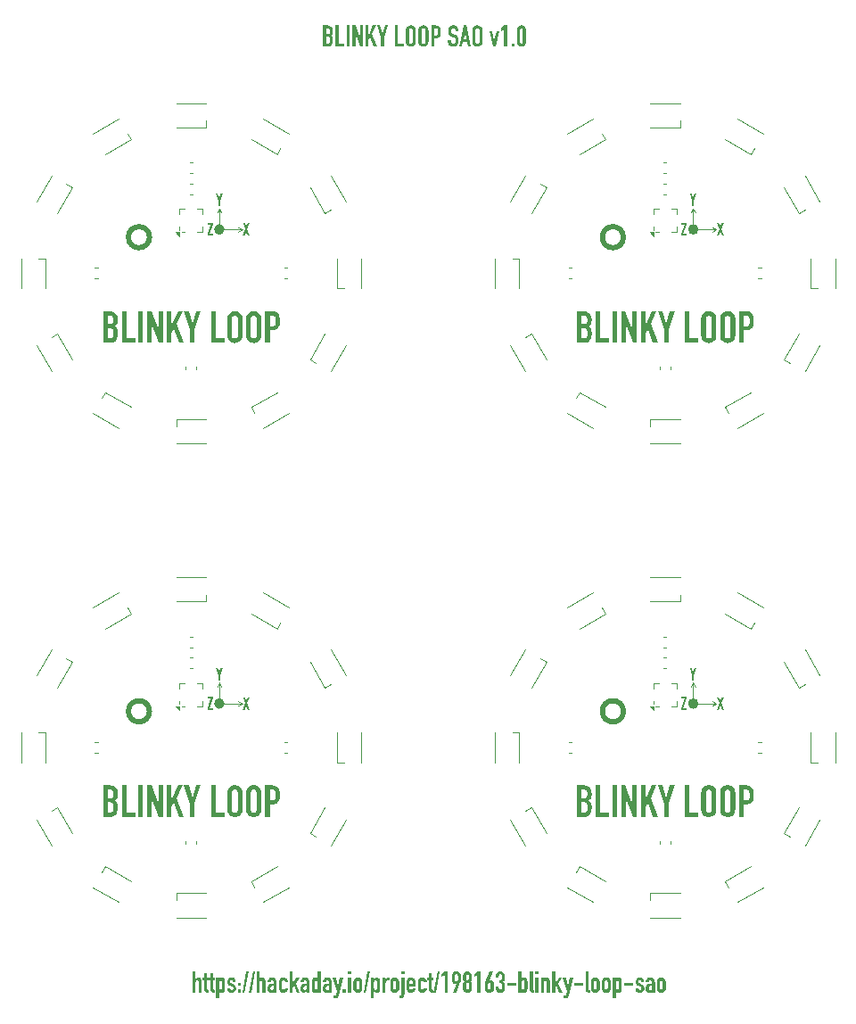
<source format=gto>
%TF.GenerationSoftware,KiCad,Pcbnew,8.99.0-2433-g53022ab347*%
%TF.CreationDate,2024-09-29T16:39:52+02:00*%
%TF.ProjectId,BlinkyLoopSAO_2x2_panel,426c696e-6b79-44c6-9f6f-7053414f5f32,1.0*%
%TF.SameCoordinates,PX2faf080PY2faf080*%
%TF.FileFunction,Legend,Top*%
%TF.FilePolarity,Positive*%
%FSLAX46Y46*%
G04 Gerber Fmt 4.6, Leading zero omitted, Abs format (unit mm)*
G04 Created by KiCad (PCBNEW 8.99.0-2433-g53022ab347) date 2024-09-29 16:39:52*
%MOMM*%
%LPD*%
G01*
G04 APERTURE LIST*
%ADD10C,0.200000*%
%ADD11C,0.100000*%
%ADD12C,0.497216*%
%ADD13C,0.600000*%
%ADD14C,0.120000*%
%ADD15C,0.500000*%
G04 APERTURE END LIST*
D10*
G36*
X38080027Y-1478143D02*
G01*
X38182554Y-1508743D01*
X38271497Y-1558226D01*
X38340579Y-1619996D01*
X38393191Y-1694674D01*
X38428506Y-1780097D01*
X38448419Y-1871856D01*
X38455129Y-1967920D01*
X38455129Y-2040338D01*
X38451690Y-2117807D01*
X38442550Y-2176625D01*
X38426632Y-2229817D01*
X38405303Y-2274078D01*
X38347588Y-2344708D01*
X38261322Y-2407679D01*
X38322665Y-2445114D01*
X38371054Y-2491738D01*
X38407990Y-2548363D01*
X38432604Y-2612112D01*
X38449039Y-2694983D01*
X38455129Y-2801521D01*
X38455129Y-2914117D01*
X38445959Y-3047155D01*
X38420485Y-3156378D01*
X38380849Y-3245980D01*
X38327878Y-3319316D01*
X38260186Y-3377358D01*
X38173134Y-3421080D01*
X38062161Y-3449577D01*
X37921336Y-3460000D01*
X37532868Y-3460000D01*
X37532868Y-3174113D01*
X37818510Y-3174113D01*
X37942096Y-3174113D01*
X38023844Y-3166973D01*
X38078384Y-3148712D01*
X38121856Y-3117986D01*
X38152878Y-3078004D01*
X38172876Y-3029833D01*
X38183775Y-2970659D01*
X38189392Y-2834982D01*
X38180966Y-2702236D01*
X38167901Y-2648767D01*
X38147260Y-2606249D01*
X38114397Y-2572079D01*
X38071301Y-2548241D01*
X38019501Y-2535045D01*
X37944905Y-2529923D01*
X37818510Y-2529923D01*
X37818510Y-3174113D01*
X37532868Y-3174113D01*
X37532868Y-2279818D01*
X37818510Y-2279818D01*
X37947714Y-2279818D01*
X38040229Y-2270220D01*
X38101309Y-2245492D01*
X38140177Y-2208621D01*
X38165803Y-2158601D01*
X38182963Y-2090951D01*
X38189392Y-2000648D01*
X38182261Y-1912669D01*
X38163221Y-1847432D01*
X38134560Y-1799637D01*
X38092875Y-1765003D01*
X38029645Y-1741700D01*
X37936479Y-1732714D01*
X37818510Y-1732714D01*
X37818510Y-2279818D01*
X37532868Y-2279818D01*
X37532868Y-1466978D01*
X37949302Y-1466978D01*
X38080027Y-1478143D01*
G37*
G36*
X38724773Y-3464518D02*
G01*
X38724773Y-1466978D01*
X39010415Y-1466978D01*
X39010415Y-3178632D01*
X39576692Y-3178632D01*
X39576692Y-3464518D01*
X38724773Y-3464518D01*
G37*
G36*
X39768178Y-3460000D02*
G01*
X39768178Y-1466978D01*
X40053820Y-1466978D01*
X40053820Y-3460000D01*
X39768178Y-3460000D01*
G37*
G36*
X40323098Y-3460000D02*
G01*
X40323098Y-1466978D01*
X40594818Y-1466978D01*
X41034333Y-2667798D01*
X41034333Y-1466978D01*
X41319975Y-1466978D01*
X41319975Y-3460000D01*
X41053750Y-3460000D01*
X40608740Y-2261988D01*
X40608740Y-3460000D01*
X40323098Y-3460000D01*
G37*
G36*
X41573621Y-3460000D02*
G01*
X41573621Y-1466978D01*
X41859263Y-1466978D01*
X41859263Y-2376660D01*
X41864881Y-2376660D01*
X42282048Y-1466978D01*
X42567690Y-1466978D01*
X42178489Y-2264797D01*
X42640474Y-3460000D01*
X42338101Y-3460000D01*
X42013258Y-2575474D01*
X41859263Y-2863803D01*
X41859263Y-3460000D01*
X41573621Y-3460000D01*
G37*
G36*
X43031263Y-3463907D02*
G01*
X43031263Y-2619682D01*
X42639253Y-1466978D01*
X42941625Y-1466978D01*
X43171336Y-2260645D01*
X43176953Y-2260645D01*
X43406542Y-1466978D01*
X43708914Y-1466978D01*
X43316905Y-2619682D01*
X43316905Y-3463907D01*
X43031263Y-3463907D01*
G37*
G36*
X44371667Y-3464518D02*
G01*
X44371667Y-1466978D01*
X44657309Y-1466978D01*
X44657309Y-3178632D01*
X45223586Y-3178632D01*
X45223586Y-3464518D01*
X44371667Y-3464518D01*
G37*
G36*
X45956495Y-1454464D02*
G01*
X46042777Y-1477725D01*
X46124324Y-1515486D01*
X46198237Y-1567362D01*
X46258449Y-1635642D01*
X46307414Y-1721479D01*
X46338469Y-1818651D01*
X46349424Y-1934337D01*
X46349424Y-2988122D01*
X46338271Y-3108273D01*
X46307414Y-3203789D01*
X46258481Y-3286736D01*
X46198237Y-3352288D01*
X46124142Y-3406411D01*
X46042777Y-3444856D01*
X45956500Y-3468024D01*
X45870586Y-3475631D01*
X45784566Y-3468022D01*
X45698272Y-3444856D01*
X45617396Y-3406284D01*
X45545621Y-3352288D01*
X45483195Y-3286533D01*
X45433635Y-3203789D01*
X45402778Y-3108273D01*
X45391625Y-2988122D01*
X45391625Y-1934337D01*
X45677267Y-1934337D01*
X45677267Y-2988122D01*
X45684477Y-3054686D01*
X45704037Y-3104167D01*
X45734665Y-3140774D01*
X45796999Y-3177378D01*
X45870586Y-3189745D01*
X45944067Y-3177382D01*
X46006385Y-3140774D01*
X46037012Y-3104167D01*
X46056572Y-3054686D01*
X46063782Y-2988122D01*
X46063782Y-1934337D01*
X46056569Y-1867775D01*
X46037007Y-1818341D01*
X46006385Y-1781807D01*
X45944058Y-1745104D01*
X45870586Y-1732714D01*
X45797008Y-1745109D01*
X45734665Y-1781807D01*
X45704042Y-1818341D01*
X45684480Y-1867775D01*
X45677267Y-1934337D01*
X45391625Y-1934337D01*
X45402580Y-1818651D01*
X45433635Y-1721479D01*
X45483234Y-1635846D01*
X45545621Y-1567362D01*
X45617209Y-1515614D01*
X45698272Y-1477725D01*
X45784571Y-1454467D01*
X45870586Y-1446828D01*
X45956495Y-1454464D01*
G37*
G36*
X47148400Y-1454464D02*
G01*
X47234682Y-1477725D01*
X47316229Y-1515486D01*
X47390143Y-1567362D01*
X47450354Y-1635642D01*
X47499319Y-1721479D01*
X47530374Y-1818651D01*
X47541329Y-1934337D01*
X47541329Y-2988122D01*
X47530176Y-3108273D01*
X47499319Y-3203789D01*
X47450386Y-3286736D01*
X47390143Y-3352288D01*
X47316047Y-3406411D01*
X47234682Y-3444856D01*
X47148405Y-3468024D01*
X47062491Y-3475631D01*
X46976471Y-3468022D01*
X46890177Y-3444856D01*
X46809301Y-3406284D01*
X46737526Y-3352288D01*
X46675100Y-3286533D01*
X46625540Y-3203789D01*
X46594683Y-3108273D01*
X46583531Y-2988122D01*
X46583531Y-1934337D01*
X46869173Y-1934337D01*
X46869173Y-2988122D01*
X46876382Y-3054686D01*
X46895943Y-3104167D01*
X46926570Y-3140774D01*
X46988904Y-3177378D01*
X47062491Y-3189745D01*
X47135972Y-3177382D01*
X47198290Y-3140774D01*
X47228917Y-3104167D01*
X47248477Y-3054686D01*
X47255687Y-2988122D01*
X47255687Y-1934337D01*
X47248474Y-1867775D01*
X47228912Y-1818341D01*
X47198290Y-1781807D01*
X47135963Y-1745104D01*
X47062491Y-1732714D01*
X46988913Y-1745109D01*
X46926570Y-1781807D01*
X46895947Y-1818341D01*
X46876385Y-1867775D01*
X46869173Y-1934337D01*
X46583531Y-1934337D01*
X46594485Y-1818651D01*
X46625540Y-1721479D01*
X46675139Y-1635846D01*
X46737526Y-1567362D01*
X46809114Y-1515614D01*
X46890177Y-1477725D01*
X46976476Y-1454467D01*
X47062491Y-1446828D01*
X47148400Y-1454464D01*
G37*
G36*
X48334862Y-1475106D02*
G01*
X48428907Y-1497752D01*
X48513373Y-1539481D01*
X48591817Y-1606563D01*
X48653519Y-1691118D01*
X48692934Y-1789378D01*
X48713136Y-1903328D01*
X48721144Y-2072700D01*
X48716895Y-2201505D01*
X48705635Y-2298869D01*
X48681516Y-2387930D01*
X48639567Y-2471915D01*
X48570366Y-2558940D01*
X48481786Y-2624078D01*
X48413954Y-2652821D01*
X48328978Y-2671584D01*
X48223011Y-2678422D01*
X48076709Y-2678422D01*
X48076709Y-3460000D01*
X47791067Y-3460000D01*
X47791067Y-2412686D01*
X48076709Y-2412686D01*
X48216538Y-2412686D01*
X48299188Y-2405537D01*
X48353314Y-2387407D01*
X48395839Y-2356824D01*
X48424755Y-2317065D01*
X48441506Y-2271700D01*
X48447592Y-2213140D01*
X48447592Y-2075509D01*
X48447592Y-1942030D01*
X48441655Y-1881403D01*
X48424877Y-1831022D01*
X48396530Y-1788808D01*
X48356978Y-1757993D01*
X48305977Y-1739890D01*
X48226674Y-1732714D01*
X48076709Y-1732714D01*
X48076709Y-2412686D01*
X47791067Y-2412686D01*
X47791067Y-1466978D01*
X48220935Y-1466978D01*
X48334862Y-1475106D01*
G37*
G36*
X50376500Y-2038140D02*
G01*
X50090858Y-2038140D01*
X50090858Y-1973660D01*
X50078902Y-1880741D01*
X50044696Y-1804155D01*
X50008576Y-1765610D01*
X49958469Y-1741552D01*
X49889480Y-1732714D01*
X49834489Y-1738799D01*
X49794469Y-1755184D01*
X49761384Y-1780536D01*
X49735729Y-1811116D01*
X49717034Y-1849579D01*
X49704954Y-1893792D01*
X49696528Y-1990390D01*
X49700680Y-2088576D01*
X49721807Y-2158674D01*
X49742046Y-2187002D01*
X49770655Y-2211919D01*
X49858827Y-2256615D01*
X50077058Y-2343565D01*
X50165946Y-2384729D01*
X50230931Y-2429050D01*
X50283738Y-2482262D01*
X50323255Y-2542501D01*
X50348740Y-2612876D01*
X50365265Y-2695275D01*
X50376500Y-2889937D01*
X50369973Y-3013436D01*
X50351221Y-3124043D01*
X50317512Y-3225675D01*
X50270010Y-3307470D01*
X50202610Y-3376960D01*
X50115648Y-3430812D01*
X50013822Y-3463648D01*
X49883007Y-3475631D01*
X49782005Y-3466381D01*
X49689567Y-3439239D01*
X49605638Y-3395372D01*
X49535327Y-3338244D01*
X49477761Y-3268848D01*
X49433112Y-3188401D01*
X49404895Y-3099935D01*
X49395254Y-3002044D01*
X49395254Y-2895554D01*
X49680896Y-2895554D01*
X49680896Y-2985314D01*
X49692467Y-3059807D01*
X49727180Y-3126730D01*
X49762740Y-3160258D01*
X49812952Y-3181739D01*
X49883007Y-3189745D01*
X49951543Y-3183820D01*
X49996824Y-3168740D01*
X50032992Y-3143138D01*
X50059961Y-3108534D01*
X50077532Y-3066512D01*
X50086584Y-3014623D01*
X50090858Y-2892745D01*
X50085240Y-2763907D01*
X50076297Y-2716399D01*
X50062892Y-2682575D01*
X50040208Y-2654698D01*
X50011113Y-2632260D01*
X49925750Y-2590129D01*
X49721563Y-2505987D01*
X49605420Y-2445968D01*
X49525329Y-2379198D01*
X49473778Y-2305708D01*
X49440218Y-2220291D01*
X49418636Y-2117283D01*
X49410886Y-1993199D01*
X49418692Y-1883219D01*
X49441660Y-1780341D01*
X49480715Y-1685330D01*
X49533984Y-1606685D01*
X49600105Y-1541666D01*
X49683705Y-1490303D01*
X49780370Y-1458317D01*
X49900593Y-1446828D01*
X50003568Y-1456894D01*
X50095132Y-1486151D01*
X50177963Y-1532047D01*
X50247662Y-1589832D01*
X50320229Y-1685535D01*
X50362370Y-1787226D01*
X50376500Y-1897944D01*
X50376500Y-2038140D01*
G37*
G36*
X51586357Y-3463907D02*
G01*
X51300715Y-3463907D01*
X51216695Y-3030132D01*
X50827494Y-3030132D01*
X50743597Y-3463907D01*
X50457955Y-3463907D01*
X50613882Y-2764396D01*
X50877930Y-2764396D01*
X51163572Y-2764396D01*
X51023499Y-2041437D01*
X51017882Y-2041437D01*
X50877930Y-2764396D01*
X50613882Y-2764396D01*
X50903087Y-1466978D01*
X51141102Y-1466978D01*
X51586357Y-3463907D01*
G37*
G36*
X52273592Y-1454464D02*
G01*
X52359874Y-1477725D01*
X52441421Y-1515486D01*
X52515334Y-1567362D01*
X52575546Y-1635642D01*
X52624511Y-1721479D01*
X52655566Y-1818651D01*
X52666521Y-1934337D01*
X52666521Y-2988122D01*
X52655368Y-3108273D01*
X52624511Y-3203789D01*
X52575578Y-3286736D01*
X52515334Y-3352288D01*
X52441239Y-3406411D01*
X52359874Y-3444856D01*
X52273597Y-3468024D01*
X52187683Y-3475631D01*
X52101663Y-3468022D01*
X52015369Y-3444856D01*
X51934493Y-3406284D01*
X51862718Y-3352288D01*
X51800292Y-3286533D01*
X51750732Y-3203789D01*
X51719875Y-3108273D01*
X51708722Y-2988122D01*
X51708722Y-1934337D01*
X51994364Y-1934337D01*
X51994364Y-2988122D01*
X52001574Y-3054686D01*
X52021134Y-3104167D01*
X52051762Y-3140774D01*
X52114096Y-3177378D01*
X52187683Y-3189745D01*
X52261164Y-3177382D01*
X52323482Y-3140774D01*
X52354109Y-3104167D01*
X52373669Y-3054686D01*
X52380879Y-2988122D01*
X52380879Y-1934337D01*
X52373666Y-1867775D01*
X52354104Y-1818341D01*
X52323482Y-1781807D01*
X52261155Y-1745104D01*
X52187683Y-1732714D01*
X52114105Y-1745109D01*
X52051762Y-1781807D01*
X52021139Y-1818341D01*
X52001577Y-1867775D01*
X51994364Y-1934337D01*
X51708722Y-1934337D01*
X51719677Y-1818651D01*
X51750732Y-1721479D01*
X51800331Y-1635846D01*
X51862718Y-1567362D01*
X51934306Y-1515614D01*
X52015369Y-1477725D01*
X52101668Y-1454467D01*
X52187683Y-1446828D01*
X52273592Y-1454464D01*
G37*
G36*
X54291591Y-2037529D02*
G01*
X53921929Y-3460000D01*
X53669993Y-3460000D01*
X53300331Y-2037529D01*
X53602704Y-2037529D01*
X53793091Y-2946601D01*
X53798709Y-2946601D01*
X53989096Y-2037529D01*
X54291591Y-2037529D01*
G37*
G36*
X54717794Y-3460000D02*
G01*
X54717794Y-1769351D01*
X54432519Y-1979277D01*
X54432519Y-1676905D01*
X54717794Y-1466978D01*
X55003436Y-1466978D01*
X55003436Y-3460000D01*
X54717794Y-3460000D01*
G37*
G36*
X55446615Y-3460000D02*
G01*
X55446615Y-3174113D01*
X55732257Y-3174113D01*
X55732257Y-3460000D01*
X55446615Y-3460000D01*
G37*
G36*
X56451334Y-1454218D02*
G01*
X56529954Y-1476259D01*
X56602585Y-1512422D01*
X56665875Y-1561744D01*
X56718365Y-1622946D01*
X56759665Y-1696322D01*
X56785688Y-1778551D01*
X56794836Y-1875596D01*
X56794836Y-3046985D01*
X56785693Y-3143939D01*
X56759665Y-3226259D01*
X56718373Y-3299532D01*
X56665875Y-3360715D01*
X56602585Y-3410037D01*
X56529954Y-3446200D01*
X56451334Y-3468240D01*
X56368876Y-3475631D01*
X56286312Y-3468238D01*
X56207676Y-3446200D01*
X56135045Y-3410037D01*
X56071755Y-3360715D01*
X56019160Y-3299523D01*
X55977843Y-3226259D01*
X55951998Y-3143953D01*
X55942916Y-3046985D01*
X55942916Y-1875596D01*
X55942927Y-1875474D01*
X56228558Y-1875474D01*
X56228558Y-3046863D01*
X56238582Y-3103861D01*
X56267759Y-3149200D01*
X56312128Y-3179366D01*
X56368998Y-3189745D01*
X56425636Y-3179372D01*
X56469870Y-3149200D01*
X56499143Y-3103851D01*
X56509193Y-3046863D01*
X56509193Y-1875474D01*
X56499144Y-1818612D01*
X56469870Y-1773381D01*
X56425626Y-1743114D01*
X56368998Y-1732714D01*
X56312138Y-1743120D01*
X56267759Y-1773381D01*
X56238581Y-1818602D01*
X56228558Y-1875474D01*
X55942927Y-1875474D01*
X55952004Y-1778538D01*
X55977843Y-1696322D01*
X56019167Y-1622955D01*
X56071755Y-1561744D01*
X56135045Y-1512422D01*
X56207676Y-1476259D01*
X56286312Y-1454221D01*
X56368876Y-1446828D01*
X56451334Y-1454218D01*
G37*
G36*
X25148220Y-93260000D02*
G01*
X25148220Y-91266978D01*
X25433862Y-91266978D01*
X25433862Y-91976015D01*
X25439358Y-91976015D01*
X25488835Y-91914407D01*
X25546702Y-91865373D01*
X25615784Y-91833459D01*
X25707292Y-91821898D01*
X25759829Y-91826383D01*
X25813171Y-91840094D01*
X25863054Y-91864058D01*
X25908060Y-91900422D01*
X25945007Y-91947249D01*
X25974982Y-92008377D01*
X25993346Y-92078406D01*
X26000139Y-92169455D01*
X26000139Y-93260000D01*
X25714497Y-93260000D01*
X25714497Y-92276067D01*
X25704715Y-92203492D01*
X25678349Y-92152725D01*
X25635556Y-92119456D01*
X25575523Y-92107784D01*
X25524508Y-92114184D01*
X25488854Y-92131314D01*
X25464392Y-92158342D01*
X25442497Y-92215393D01*
X25433862Y-92304033D01*
X25433862Y-93260000D01*
X25148220Y-93260000D01*
G37*
G36*
X26240108Y-91837529D02*
G01*
X26240108Y-91407662D01*
X26525750Y-91407662D01*
X26525750Y-91837529D01*
X26697697Y-91837529D01*
X26697697Y-92064187D01*
X26525750Y-92064187D01*
X26525750Y-92853824D01*
X26535275Y-92932470D01*
X26548144Y-92957424D01*
X26566660Y-92974724D01*
X26619905Y-92991454D01*
X26697697Y-92994263D01*
X26697697Y-93260000D01*
X26581193Y-93260000D01*
X26489074Y-93251706D01*
X26419016Y-93229225D01*
X26359362Y-93193453D01*
X26314968Y-93150823D01*
X26281402Y-93100199D01*
X26258060Y-93042990D01*
X26244466Y-92982912D01*
X26240108Y-92926730D01*
X26240108Y-92064187D01*
X26095882Y-92064187D01*
X26095882Y-91837529D01*
X26240108Y-91837529D01*
G37*
G36*
X26810659Y-91837529D02*
G01*
X26810659Y-91407662D01*
X27096301Y-91407662D01*
X27096301Y-91837529D01*
X27268248Y-91837529D01*
X27268248Y-92064187D01*
X27096301Y-92064187D01*
X27096301Y-92853824D01*
X27105826Y-92932470D01*
X27118695Y-92957424D01*
X27137212Y-92974724D01*
X27190457Y-92991454D01*
X27268248Y-92994263D01*
X27268248Y-93260000D01*
X27151744Y-93260000D01*
X27059626Y-93251706D01*
X26989567Y-93229225D01*
X26929914Y-93193453D01*
X26885519Y-93150823D01*
X26851953Y-93100199D01*
X26828611Y-93042990D01*
X26815017Y-92982912D01*
X26810659Y-92926730D01*
X26810659Y-92064187D01*
X26666434Y-92064187D01*
X26666434Y-91837529D01*
X26810659Y-91837529D01*
G37*
G36*
X28017971Y-91834438D02*
G01*
X28085619Y-91860183D01*
X28139538Y-91901410D01*
X28181960Y-91959773D01*
X28203043Y-92010920D01*
X28218353Y-92077498D01*
X28229588Y-92265321D01*
X28229588Y-92806318D01*
X28221161Y-93033464D01*
X28198685Y-93120504D01*
X28155963Y-93189332D01*
X28091713Y-93243635D01*
X28027650Y-93269865D01*
X27928436Y-93280150D01*
X27847541Y-93270472D01*
X27777739Y-93242414D01*
X27716883Y-93197209D01*
X27663677Y-93134459D01*
X27663677Y-93838367D01*
X27377669Y-93838367D01*
X27377669Y-92287791D01*
X27660868Y-92287791D01*
X27660868Y-92840146D01*
X27671358Y-92902353D01*
X27701535Y-92950910D01*
X27747208Y-92983321D01*
X27803873Y-92994263D01*
X27855276Y-92987830D01*
X27890682Y-92970712D01*
X27914515Y-92943827D01*
X27936325Y-92890218D01*
X27943946Y-92826102D01*
X27943946Y-92304521D01*
X27934805Y-92223195D01*
X27910240Y-92164448D01*
X27883995Y-92135183D01*
X27849462Y-92117444D01*
X27803873Y-92111081D01*
X27745511Y-92123435D01*
X27700069Y-92160174D01*
X27671238Y-92214802D01*
X27660868Y-92287791D01*
X27377669Y-92287791D01*
X27377669Y-91845345D01*
X27660868Y-91845345D01*
X27660868Y-91972718D01*
X27715789Y-91914268D01*
X27770045Y-91867815D01*
X27834312Y-91837044D01*
X27932589Y-91825195D01*
X28017971Y-91834438D01*
G37*
G36*
X28981856Y-92234180D02*
G01*
X28970287Y-92168113D01*
X28938625Y-92124270D01*
X28892255Y-92096761D01*
X28839706Y-92087634D01*
X28779414Y-92098984D01*
X28736636Y-92131109D01*
X28709510Y-92177800D01*
X28700488Y-92230760D01*
X28705306Y-92269454D01*
X28720150Y-92308185D01*
X28750538Y-92340936D01*
X28821388Y-92376817D01*
X28990038Y-92444228D01*
X29090972Y-92493669D01*
X29162536Y-92549948D01*
X29210589Y-92612878D01*
X29244105Y-92686029D01*
X29264224Y-92763345D01*
X29271039Y-92846008D01*
X29262813Y-92933352D01*
X29238677Y-93013070D01*
X29200286Y-93085911D01*
X29150139Y-93149235D01*
X29088730Y-93201615D01*
X29015195Y-93241926D01*
X28933843Y-93267034D01*
X28843614Y-93275631D01*
X28731782Y-93263078D01*
X28635543Y-93226851D01*
X28551378Y-93166821D01*
X28498390Y-93108093D01*
X28455635Y-93034563D01*
X28428692Y-92950688D01*
X28419120Y-92849183D01*
X28686688Y-92849183D01*
X28701257Y-92906240D01*
X28727965Y-92959214D01*
X28753772Y-92986297D01*
X28790795Y-93003489D01*
X28843126Y-93009895D01*
X28902362Y-92999792D01*
X28955478Y-92969228D01*
X28992428Y-92921325D01*
X29005303Y-92855411D01*
X28997337Y-92799887D01*
X28974406Y-92754417D01*
X28934620Y-92717573D01*
X28861933Y-92681266D01*
X28724180Y-92630708D01*
X28638779Y-92590506D01*
X28568750Y-92540520D01*
X28512055Y-92480621D01*
X28469711Y-92410590D01*
X28443785Y-92330401D01*
X28434752Y-92237477D01*
X28443250Y-92150202D01*
X28468213Y-92070537D01*
X28508194Y-91998226D01*
X28560415Y-91937058D01*
X28620839Y-91887685D01*
X28691451Y-91851451D01*
X28769034Y-91829403D01*
X28853384Y-91821898D01*
X28937569Y-91829710D01*
X29013852Y-91852550D01*
X29082946Y-91889671D01*
X29140980Y-91938890D01*
X29188028Y-91999251D01*
X29224633Y-92071270D01*
X29247630Y-92149835D01*
X29255408Y-92234180D01*
X28981856Y-92234180D01*
G37*
G36*
X29450802Y-93260000D02*
G01*
X29450802Y-92974113D01*
X29736444Y-92974113D01*
X29736444Y-93260000D01*
X29450802Y-93260000D01*
G37*
G36*
X29450802Y-92623625D02*
G01*
X29450802Y-92337739D01*
X29736444Y-92337739D01*
X29736444Y-92623625D01*
X29450802Y-92623625D01*
G37*
G36*
X29867358Y-93275631D02*
G01*
X30236898Y-91247438D01*
X30460868Y-91247438D01*
X30091329Y-93275631D01*
X29867358Y-93275631D01*
G37*
G36*
X30488712Y-93275631D02*
G01*
X30858251Y-91247438D01*
X31082222Y-91247438D01*
X30712683Y-93275631D01*
X30488712Y-93275631D01*
G37*
G36*
X31213258Y-93260000D02*
G01*
X31213258Y-91266978D01*
X31498900Y-91266978D01*
X31498900Y-91976015D01*
X31504396Y-91976015D01*
X31553873Y-91914407D01*
X31611741Y-91865373D01*
X31680823Y-91833459D01*
X31772330Y-91821898D01*
X31824867Y-91826383D01*
X31878210Y-91840094D01*
X31928092Y-91864058D01*
X31973098Y-91900422D01*
X32010045Y-91947249D01*
X32040020Y-92008377D01*
X32058384Y-92078406D01*
X32065177Y-92169455D01*
X32065177Y-93260000D01*
X31779535Y-93260000D01*
X31779535Y-92276067D01*
X31769754Y-92203492D01*
X31743388Y-92152725D01*
X31700594Y-92119456D01*
X31640561Y-92107784D01*
X31589546Y-92114184D01*
X31553893Y-92131314D01*
X31529431Y-92158342D01*
X31507535Y-92215393D01*
X31498900Y-92304033D01*
X31498900Y-93260000D01*
X31213258Y-93260000D01*
G37*
G36*
X32788522Y-91829046D02*
G01*
X32869103Y-91849986D01*
X32942952Y-91885071D01*
X33006612Y-91933883D01*
X33056332Y-91995798D01*
X33096371Y-92074078D01*
X33121189Y-92162449D01*
X33130076Y-92270083D01*
X33130076Y-93258900D01*
X32844434Y-93258900D01*
X32844434Y-93114431D01*
X32838817Y-93114431D01*
X32780147Y-93185535D01*
X32725122Y-93233988D01*
X32659989Y-93264151D01*
X32563555Y-93275631D01*
X32461095Y-93260122D01*
X32411225Y-93238678D01*
X32361444Y-93202847D01*
X32319520Y-93156740D01*
X32284141Y-93089396D01*
X32262839Y-93009181D01*
X32254710Y-92897543D01*
X32257133Y-92843810D01*
X32540352Y-92843810D01*
X32550817Y-92919119D01*
X32579797Y-92975212D01*
X32626271Y-93012627D01*
X32689584Y-93025526D01*
X32755809Y-93013158D01*
X32803524Y-92978021D01*
X32833329Y-92923459D01*
X32844434Y-92843810D01*
X32844434Y-92650980D01*
X32765544Y-92642554D01*
X32677687Y-92653835D01*
X32606420Y-92685907D01*
X32571457Y-92720079D01*
X32548879Y-92770636D01*
X32540352Y-92843810D01*
X32257133Y-92843810D01*
X32259964Y-92781010D01*
X32274371Y-92686273D01*
X32303073Y-92601283D01*
X32347400Y-92533621D01*
X32405628Y-92483059D01*
X32485031Y-92445327D01*
X32578443Y-92424020D01*
X32706926Y-92415896D01*
X32737700Y-92415896D01*
X32768597Y-92418705D01*
X32802302Y-92421514D01*
X32844434Y-92424323D01*
X32844434Y-92275945D01*
X32836178Y-92207446D01*
X32813415Y-92155411D01*
X32788964Y-92130169D01*
X32752898Y-92113913D01*
X32700820Y-92107784D01*
X32647295Y-92116776D01*
X32598115Y-92144176D01*
X32560525Y-92187680D01*
X32537543Y-92250666D01*
X32260328Y-92250666D01*
X32280556Y-92128558D01*
X32323707Y-92027204D01*
X32389410Y-91942431D01*
X32450520Y-91892700D01*
X32523988Y-91854138D01*
X32605937Y-91830249D01*
X32700820Y-91821898D01*
X32788522Y-91829046D01*
G37*
G36*
X33638468Y-92849794D02*
G01*
X33648554Y-92910933D01*
X33676325Y-92953353D01*
X33719510Y-92980145D01*
X33778907Y-92989745D01*
X33830604Y-92983525D01*
X33864903Y-92967274D01*
X33886863Y-92942240D01*
X33908490Y-92893853D01*
X33919103Y-92846985D01*
X34204745Y-92846985D01*
X34191182Y-92967362D01*
X34152694Y-93066668D01*
X34089829Y-93149602D01*
X34028575Y-93201796D01*
X33955251Y-93242048D01*
X33873458Y-93266942D01*
X33778785Y-93275631D01*
X33690544Y-93268938D01*
X33615112Y-93249963D01*
X33550296Y-93219699D01*
X33467001Y-93154193D01*
X33405949Y-93071078D01*
X33380433Y-93012074D01*
X33363939Y-92942362D01*
X33352826Y-92782627D01*
X33352826Y-92314902D01*
X33363939Y-92155167D01*
X33380433Y-92085454D01*
X33405949Y-92026451D01*
X33467006Y-91943360D01*
X33550296Y-91877951D01*
X33615119Y-91847619D01*
X33690551Y-91828604D01*
X33778785Y-91821898D01*
X33873653Y-91830582D01*
X33956716Y-91855603D01*
X34031168Y-91895842D01*
X34092637Y-91947927D01*
X34153636Y-92037850D01*
X34191388Y-92145556D01*
X34204745Y-92275823D01*
X33919103Y-92275823D01*
X33908473Y-92196800D01*
X33881245Y-92148450D01*
X33837725Y-92118350D01*
X33778907Y-92107784D01*
X33719879Y-92118360D01*
X33676325Y-92148450D01*
X33648912Y-92196114D01*
X33638468Y-92270205D01*
X33638468Y-92849794D01*
G37*
G36*
X34339567Y-93260000D02*
G01*
X34339567Y-91266978D01*
X34625209Y-91266978D01*
X34625209Y-92457540D01*
X34630704Y-92457540D01*
X34975209Y-91837529D01*
X35260729Y-91837529D01*
X34921964Y-92415530D01*
X35330704Y-93260000D01*
X35019905Y-93260000D01*
X34762351Y-92645607D01*
X34625209Y-92861639D01*
X34625209Y-93260000D01*
X34339567Y-93260000D01*
G37*
G36*
X35914831Y-91829046D02*
G01*
X35995411Y-91849986D01*
X36069260Y-91885071D01*
X36132920Y-91933883D01*
X36182640Y-91995798D01*
X36222679Y-92074078D01*
X36247497Y-92162449D01*
X36256385Y-92270083D01*
X36256385Y-93258900D01*
X35970743Y-93258900D01*
X35970743Y-93114431D01*
X35965125Y-93114431D01*
X35906455Y-93185535D01*
X35851430Y-93233988D01*
X35786297Y-93264151D01*
X35689863Y-93275631D01*
X35587404Y-93260122D01*
X35537534Y-93238678D01*
X35487753Y-93202847D01*
X35445829Y-93156740D01*
X35410450Y-93089396D01*
X35389147Y-93009181D01*
X35381018Y-92897543D01*
X35383441Y-92843810D01*
X35666660Y-92843810D01*
X35677126Y-92919119D01*
X35706106Y-92975212D01*
X35752580Y-93012627D01*
X35815893Y-93025526D01*
X35882118Y-93013158D01*
X35929832Y-92978021D01*
X35959637Y-92923459D01*
X35970743Y-92843810D01*
X35970743Y-92650980D01*
X35891852Y-92642554D01*
X35803995Y-92653835D01*
X35732728Y-92685907D01*
X35697766Y-92720079D01*
X35675188Y-92770636D01*
X35666660Y-92843810D01*
X35383441Y-92843810D01*
X35386273Y-92781010D01*
X35400680Y-92686273D01*
X35429382Y-92601283D01*
X35473709Y-92533621D01*
X35531936Y-92483059D01*
X35611339Y-92445327D01*
X35704751Y-92424020D01*
X35833234Y-92415896D01*
X35864009Y-92415896D01*
X35894905Y-92418705D01*
X35928611Y-92421514D01*
X35970743Y-92424323D01*
X35970743Y-92275945D01*
X35962486Y-92207446D01*
X35939724Y-92155411D01*
X35915272Y-92130169D01*
X35879207Y-92113913D01*
X35827128Y-92107784D01*
X35773604Y-92116776D01*
X35724424Y-92144176D01*
X35686833Y-92187680D01*
X35663852Y-92250666D01*
X35386636Y-92250666D01*
X35406865Y-92128558D01*
X35450016Y-92027204D01*
X35515718Y-91942431D01*
X35576829Y-91892700D01*
X35650296Y-91854138D01*
X35732245Y-91830249D01*
X35827128Y-91821898D01*
X35914831Y-91829046D01*
G37*
G36*
X37315422Y-93260000D02*
G01*
X37029780Y-93260000D01*
X37029780Y-93131039D01*
X36976779Y-93188070D01*
X36920970Y-93233866D01*
X36851238Y-93264518D01*
X36759159Y-93275631D01*
X36672640Y-93266298D01*
X36605007Y-93240451D01*
X36551932Y-93199279D01*
X36511008Y-93141175D01*
X36489921Y-93090042D01*
X36474616Y-93023572D01*
X36463503Y-92835872D01*
X36463503Y-92295240D01*
X36464215Y-92276067D01*
X36749145Y-92276067D01*
X36749145Y-92797404D01*
X36758197Y-92878867D01*
X36782484Y-92937599D01*
X36808561Y-92966811D01*
X36842857Y-92984502D01*
X36888119Y-92990844D01*
X36945877Y-92978531D01*
X36990823Y-92941873D01*
X37019468Y-92887265D01*
X37029780Y-92814256D01*
X37029780Y-92262023D01*
X37019374Y-92199787D01*
X36989480Y-92151259D01*
X36944184Y-92118736D01*
X36888119Y-92107784D01*
X36837071Y-92114222D01*
X36801896Y-92131366D01*
X36778210Y-92158342D01*
X36756676Y-92211928D01*
X36749145Y-92276067D01*
X36464215Y-92276067D01*
X36471929Y-92068339D01*
X36494526Y-91981493D01*
X36537905Y-91912694D01*
X36603576Y-91858290D01*
X36664969Y-91832245D01*
X36763433Y-91821898D01*
X36843861Y-91831598D01*
X36913398Y-91859755D01*
X36973998Y-91904856D01*
X37026971Y-91967588D01*
X37026971Y-91266978D01*
X37315422Y-91266978D01*
X37315422Y-93260000D01*
G37*
G36*
X38038767Y-91829046D02*
G01*
X38119347Y-91849986D01*
X38193196Y-91885071D01*
X38256856Y-91933883D01*
X38306576Y-91995798D01*
X38346615Y-92074078D01*
X38371433Y-92162449D01*
X38380321Y-92270083D01*
X38380321Y-93258900D01*
X38094679Y-93258900D01*
X38094679Y-93114431D01*
X38089061Y-93114431D01*
X38030391Y-93185535D01*
X37975366Y-93233988D01*
X37910233Y-93264151D01*
X37813799Y-93275631D01*
X37711339Y-93260122D01*
X37661470Y-93238678D01*
X37611688Y-93202847D01*
X37569764Y-93156740D01*
X37534385Y-93089396D01*
X37513083Y-93009181D01*
X37504954Y-92897543D01*
X37507377Y-92843810D01*
X37790596Y-92843810D01*
X37801062Y-92919119D01*
X37830041Y-92975212D01*
X37876516Y-93012627D01*
X37939829Y-93025526D01*
X38006054Y-93013158D01*
X38053768Y-92978021D01*
X38083573Y-92923459D01*
X38094679Y-92843810D01*
X38094679Y-92650980D01*
X38015788Y-92642554D01*
X37927931Y-92653835D01*
X37856664Y-92685907D01*
X37821701Y-92720079D01*
X37799124Y-92770636D01*
X37790596Y-92843810D01*
X37507377Y-92843810D01*
X37510208Y-92781010D01*
X37524616Y-92686273D01*
X37553318Y-92601283D01*
X37597644Y-92533621D01*
X37655872Y-92483059D01*
X37735275Y-92445327D01*
X37828687Y-92424020D01*
X37957170Y-92415896D01*
X37987944Y-92415896D01*
X38018841Y-92418705D01*
X38052547Y-92421514D01*
X38094679Y-92424323D01*
X38094679Y-92275945D01*
X38086422Y-92207446D01*
X38063660Y-92155411D01*
X38039208Y-92130169D01*
X38003143Y-92113913D01*
X37951064Y-92107784D01*
X37897539Y-92116776D01*
X37848360Y-92144176D01*
X37810769Y-92187680D01*
X37787787Y-92250666D01*
X37510572Y-92250666D01*
X37530801Y-92128558D01*
X37573952Y-92027204D01*
X37639654Y-91942431D01*
X37700765Y-91892700D01*
X37774232Y-91854138D01*
X37856181Y-91830249D01*
X37951064Y-91821898D01*
X38038767Y-91829046D01*
G37*
G36*
X38437229Y-91841437D02*
G01*
X38739602Y-91841437D01*
X38935607Y-92729504D01*
X38941224Y-92729504D01*
X39134420Y-91841437D01*
X39428489Y-91841437D01*
X39019626Y-93510226D01*
X38991537Y-93600045D01*
X38956612Y-93667274D01*
X38912249Y-93724110D01*
X38862822Y-93768269D01*
X38807409Y-93801722D01*
X38749371Y-93822857D01*
X38688476Y-93834453D01*
X38624808Y-93838367D01*
X38546406Y-93838367D01*
X38546406Y-93572630D01*
X38610886Y-93572630D01*
X38683670Y-93561395D01*
X38711742Y-93544294D01*
X38739602Y-93510837D01*
X38759974Y-93466989D01*
X38781612Y-93399829D01*
X38826430Y-93201625D01*
X38437229Y-91841437D01*
G37*
G36*
X39384647Y-93260000D02*
G01*
X39384647Y-92974113D01*
X39670289Y-92974113D01*
X39670289Y-93260000D01*
X39384647Y-93260000D01*
G37*
G36*
X39904396Y-93260000D02*
G01*
X39904396Y-91837529D01*
X40190038Y-91837529D01*
X40190038Y-93260000D01*
X39904396Y-93260000D01*
G37*
G36*
X39904396Y-91552864D02*
G01*
X39904396Y-91266978D01*
X40190038Y-91266978D01*
X40190038Y-91552864D01*
X39904396Y-91552864D01*
G37*
G36*
X40914808Y-91828604D02*
G01*
X40990158Y-91847619D01*
X41054902Y-91877951D01*
X41138293Y-91943369D01*
X41199371Y-92026451D01*
X41224887Y-92085454D01*
X41241381Y-92155167D01*
X41252616Y-92314902D01*
X41252616Y-92782627D01*
X41241381Y-92942362D01*
X41224887Y-93012074D01*
X41199371Y-93071078D01*
X41138298Y-93154185D01*
X41054902Y-93219699D01*
X40990166Y-93249963D01*
X40914815Y-93268938D01*
X40826657Y-93275631D01*
X40738415Y-93268938D01*
X40662983Y-93249963D01*
X40598168Y-93219699D01*
X40514872Y-93154193D01*
X40453820Y-93071078D01*
X40428305Y-93012074D01*
X40411810Y-92942362D01*
X40400697Y-92782627D01*
X40400697Y-92314902D01*
X40403807Y-92270205D01*
X40686339Y-92270205D01*
X40686339Y-92827445D01*
X40696783Y-92901537D01*
X40724197Y-92949200D01*
X40767740Y-92979196D01*
X40826779Y-92989745D01*
X40885607Y-92979206D01*
X40929117Y-92949200D01*
X40956530Y-92901537D01*
X40966974Y-92827445D01*
X40966974Y-92270205D01*
X40956530Y-92196114D01*
X40929117Y-92148450D01*
X40885597Y-92118350D01*
X40826779Y-92107784D01*
X40767750Y-92118360D01*
X40724197Y-92148450D01*
X40696783Y-92196114D01*
X40686339Y-92270205D01*
X40403807Y-92270205D01*
X40411810Y-92155167D01*
X40428305Y-92085454D01*
X40453820Y-92026451D01*
X40514877Y-91943360D01*
X40598168Y-91877951D01*
X40662991Y-91847619D01*
X40738423Y-91828604D01*
X40826657Y-91821898D01*
X40914808Y-91828604D01*
G37*
G36*
X41356542Y-93275631D02*
G01*
X41726081Y-91247438D01*
X41950052Y-91247438D01*
X41580512Y-93275631D01*
X41356542Y-93275631D01*
G37*
G36*
X42721390Y-91834438D02*
G01*
X42789038Y-91860183D01*
X42842957Y-91901410D01*
X42885380Y-91959773D01*
X42906462Y-92010920D01*
X42921772Y-92077498D01*
X42933007Y-92265321D01*
X42933007Y-92806318D01*
X42924581Y-93033464D01*
X42902105Y-93120504D01*
X42859382Y-93189332D01*
X42795132Y-93243635D01*
X42731069Y-93269865D01*
X42631856Y-93280150D01*
X42550960Y-93270472D01*
X42481158Y-93242414D01*
X42420303Y-93197209D01*
X42367097Y-93134459D01*
X42367097Y-93838367D01*
X42081088Y-93838367D01*
X42081088Y-92287791D01*
X42364288Y-92287791D01*
X42364288Y-92840146D01*
X42374777Y-92902353D01*
X42404954Y-92950910D01*
X42450627Y-92983321D01*
X42507292Y-92994263D01*
X42558696Y-92987830D01*
X42594102Y-92970712D01*
X42617934Y-92943827D01*
X42639745Y-92890218D01*
X42647365Y-92826102D01*
X42647365Y-92304521D01*
X42638224Y-92223195D01*
X42613660Y-92164448D01*
X42587414Y-92135183D01*
X42552881Y-92117444D01*
X42507292Y-92111081D01*
X42448931Y-92123435D01*
X42403489Y-92160174D01*
X42374658Y-92214802D01*
X42364288Y-92287791D01*
X42081088Y-92287791D01*
X42081088Y-91845345D01*
X42364288Y-91845345D01*
X42364288Y-91972718D01*
X42419209Y-91914268D01*
X42473464Y-91867815D01*
X42537731Y-91837044D01*
X42636008Y-91825195D01*
X42721390Y-91834438D01*
G37*
G36*
X43169434Y-93260000D02*
G01*
X43169434Y-91837529D01*
X43455076Y-91837529D01*
X43455076Y-91989570D01*
X43543491Y-91918161D01*
X43626046Y-91866716D01*
X43716703Y-91833852D01*
X43833775Y-91821898D01*
X43833775Y-92124637D01*
X43790906Y-92111984D01*
X43746824Y-92107784D01*
X43649982Y-92123293D01*
X43600704Y-92143849D01*
X43556071Y-92175073D01*
X43515881Y-92216474D01*
X43483042Y-92270450D01*
X43462595Y-92333618D01*
X43455076Y-92416140D01*
X43455076Y-93260000D01*
X43169434Y-93260000D01*
G37*
G36*
X44420181Y-91828604D02*
G01*
X44495531Y-91847619D01*
X44560275Y-91877951D01*
X44643666Y-91943369D01*
X44704745Y-92026451D01*
X44730260Y-92085454D01*
X44746755Y-92155167D01*
X44757990Y-92314902D01*
X44757990Y-92782627D01*
X44746755Y-92942362D01*
X44730260Y-93012074D01*
X44704745Y-93071078D01*
X44643671Y-93154185D01*
X44560275Y-93219699D01*
X44495539Y-93249963D01*
X44420189Y-93268938D01*
X44332030Y-93275631D01*
X44243789Y-93268938D01*
X44168356Y-93249963D01*
X44103541Y-93219699D01*
X44020246Y-93154193D01*
X43959194Y-93071078D01*
X43933678Y-93012074D01*
X43917184Y-92942362D01*
X43906071Y-92782627D01*
X43906071Y-92314902D01*
X43909181Y-92270205D01*
X44191713Y-92270205D01*
X44191713Y-92827445D01*
X44202157Y-92901537D01*
X44229570Y-92949200D01*
X44273113Y-92979196D01*
X44332152Y-92989745D01*
X44390980Y-92979206D01*
X44434490Y-92949200D01*
X44461904Y-92901537D01*
X44472348Y-92827445D01*
X44472348Y-92270205D01*
X44461904Y-92196114D01*
X44434490Y-92148450D01*
X44390970Y-92118350D01*
X44332152Y-92107784D01*
X44273124Y-92118360D01*
X44229570Y-92148450D01*
X44202157Y-92196114D01*
X44191713Y-92270205D01*
X43909181Y-92270205D01*
X43917184Y-92155167D01*
X43933678Y-92085454D01*
X43959194Y-92026451D01*
X44020251Y-91943360D01*
X44103541Y-91877951D01*
X44168364Y-91847619D01*
X44243796Y-91828604D01*
X44332030Y-91821898D01*
X44420181Y-91828604D01*
G37*
G36*
X44965108Y-91842292D02*
G01*
X45250750Y-91842292D01*
X45250750Y-93415094D01*
X45241568Y-93518784D01*
X45215861Y-93603859D01*
X45175083Y-93673993D01*
X45118859Y-93731755D01*
X45025845Y-93789779D01*
X44916094Y-93825703D01*
X44785345Y-93838367D01*
X44785345Y-93572630D01*
X44852351Y-93565582D01*
X44898125Y-93547148D01*
X44928593Y-93519263D01*
X44946686Y-93485131D01*
X44958025Y-93439152D01*
X44965108Y-93311413D01*
X44965108Y-91842292D01*
G37*
G36*
X44965108Y-91552864D02*
G01*
X44965108Y-91266978D01*
X45250750Y-91266978D01*
X45250750Y-91552864D01*
X44965108Y-91552864D01*
G37*
G36*
X45982236Y-91830582D02*
G01*
X46065300Y-91855603D01*
X46139747Y-91895962D01*
X46201221Y-91948171D01*
X46262704Y-92037960D01*
X46300221Y-92142342D01*
X46313328Y-92265321D01*
X46313328Y-92658185D01*
X45747051Y-92658185D01*
X45747051Y-92850526D01*
X45757123Y-92911221D01*
X45784909Y-92953475D01*
X45828083Y-92980174D01*
X45887491Y-92989745D01*
X45939215Y-92983549D01*
X45973509Y-92967374D01*
X45995446Y-92942484D01*
X46017076Y-92894338D01*
X46027686Y-92847718D01*
X46313328Y-92847718D01*
X46299769Y-92967843D01*
X46261286Y-93066947D01*
X46198412Y-93149724D01*
X46137154Y-93201891D01*
X46063834Y-93242048D01*
X45982042Y-93266942D01*
X45887369Y-93275631D01*
X45799127Y-93268938D01*
X45723695Y-93249963D01*
X45658880Y-93219699D01*
X45575584Y-93154193D01*
X45514532Y-93071078D01*
X45489017Y-93012074D01*
X45472522Y-92942362D01*
X45461409Y-92782627D01*
X45461409Y-92314902D01*
X45464553Y-92269717D01*
X45747051Y-92269717D01*
X45747051Y-92431528D01*
X46027686Y-92431528D01*
X46027686Y-92269717D01*
X46017246Y-92195860D01*
X45989829Y-92148328D01*
X45946319Y-92118322D01*
X45887491Y-92107784D01*
X45828452Y-92118333D01*
X45784909Y-92148328D01*
X45757492Y-92195860D01*
X45747051Y-92269717D01*
X45464553Y-92269717D01*
X45472522Y-92155167D01*
X45489017Y-92085454D01*
X45514532Y-92026451D01*
X45575589Y-91943360D01*
X45658880Y-91877951D01*
X45723703Y-91847619D01*
X45799134Y-91828604D01*
X45887369Y-91821898D01*
X45982236Y-91830582D01*
G37*
G36*
X46821720Y-92849794D02*
G01*
X46831806Y-92910933D01*
X46859577Y-92953353D01*
X46902762Y-92980145D01*
X46962159Y-92989745D01*
X47013856Y-92983525D01*
X47048155Y-92967274D01*
X47070115Y-92942240D01*
X47091742Y-92893853D01*
X47102355Y-92846985D01*
X47387997Y-92846985D01*
X47374434Y-92967362D01*
X47335946Y-93066668D01*
X47273080Y-93149602D01*
X47211827Y-93201796D01*
X47138503Y-93242048D01*
X47056710Y-93266942D01*
X46962037Y-93275631D01*
X46873796Y-93268938D01*
X46798363Y-93249963D01*
X46733548Y-93219699D01*
X46650253Y-93154193D01*
X46589201Y-93071078D01*
X46563685Y-93012074D01*
X46547191Y-92942362D01*
X46536078Y-92782627D01*
X46536078Y-92314902D01*
X46547191Y-92155167D01*
X46563685Y-92085454D01*
X46589201Y-92026451D01*
X46650258Y-91943360D01*
X46733548Y-91877951D01*
X46798371Y-91847619D01*
X46873803Y-91828604D01*
X46962037Y-91821898D01*
X47056905Y-91830582D01*
X47139968Y-91855603D01*
X47214420Y-91895842D01*
X47275889Y-91947927D01*
X47336888Y-92037850D01*
X47374640Y-92145556D01*
X47387997Y-92275823D01*
X47102355Y-92275823D01*
X47091725Y-92196800D01*
X47064497Y-92148450D01*
X47020977Y-92118350D01*
X46962159Y-92107784D01*
X46903131Y-92118360D01*
X46859577Y-92148450D01*
X46832164Y-92196114D01*
X46821720Y-92270205D01*
X46821720Y-92849794D01*
G37*
G36*
X47559577Y-91837529D02*
G01*
X47559577Y-91407662D01*
X47845219Y-91407662D01*
X47845219Y-91837529D01*
X48017166Y-91837529D01*
X48017166Y-92064187D01*
X47845219Y-92064187D01*
X47845219Y-92853824D01*
X47854745Y-92932470D01*
X47867613Y-92957424D01*
X47886130Y-92974724D01*
X47939375Y-92991454D01*
X48017166Y-92994263D01*
X48017166Y-93260000D01*
X47900662Y-93260000D01*
X47808544Y-93251706D01*
X47738485Y-93229225D01*
X47678832Y-93193453D01*
X47634438Y-93150823D01*
X47600871Y-93100199D01*
X47577529Y-93042990D01*
X47563935Y-92982912D01*
X47559577Y-92926730D01*
X47559577Y-92064187D01*
X47415352Y-92064187D01*
X47415352Y-91837529D01*
X47559577Y-91837529D01*
G37*
G36*
X48023395Y-93275631D02*
G01*
X48392934Y-91247438D01*
X48616905Y-91247438D01*
X48247365Y-93275631D01*
X48023395Y-93275631D01*
G37*
G36*
X49060572Y-93260000D02*
G01*
X49060572Y-91569351D01*
X48775296Y-91779277D01*
X48775296Y-91476905D01*
X49060572Y-91266978D01*
X49346214Y-91266978D01*
X49346214Y-93260000D01*
X49060572Y-93260000D01*
G37*
G36*
X50311841Y-91260153D02*
G01*
X50410014Y-91298729D01*
X50494178Y-91360055D01*
X50559856Y-91440268D01*
X50593806Y-91504748D01*
X50616521Y-91577655D01*
X50622138Y-91685732D01*
X50622138Y-91846933D01*
X50622138Y-91999706D01*
X50616521Y-92101922D01*
X50598080Y-92181912D01*
X50574023Y-92256161D01*
X50195202Y-93260000D01*
X49875610Y-93260000D01*
X50200697Y-92421880D01*
X50195080Y-92416263D01*
X50151116Y-92434581D01*
X50073447Y-92441542D01*
X49999728Y-92432392D01*
X49932030Y-92405150D01*
X49873449Y-92363143D01*
X49830303Y-92312581D01*
X49799162Y-92252254D01*
X49782309Y-92169455D01*
X49773761Y-92041960D01*
X49773761Y-91847055D01*
X49773761Y-91685732D01*
X49774554Y-91675718D01*
X50059403Y-91675718D01*
X50059403Y-92046113D01*
X50070110Y-92105113D01*
X50100924Y-92149916D01*
X50146220Y-92179490D01*
X50198011Y-92189239D01*
X50249676Y-92179492D01*
X50294853Y-92149916D01*
X50325762Y-92105103D01*
X50336496Y-92046113D01*
X50336496Y-91675718D01*
X50325758Y-91616749D01*
X50294853Y-91572037D01*
X50249676Y-91542461D01*
X50198011Y-91532714D01*
X50146220Y-91542463D01*
X50100924Y-91572037D01*
X50070114Y-91616739D01*
X50059403Y-91675718D01*
X49774554Y-91675718D01*
X49782309Y-91577777D01*
X49800628Y-91504870D01*
X49833234Y-91440390D01*
X49899341Y-91358169D01*
X49984420Y-91297264D01*
X50083862Y-91259755D01*
X50198011Y-91246828D01*
X50311841Y-91260153D01*
G37*
G36*
X51334093Y-91257084D02*
G01*
X51420690Y-91287372D01*
X51497599Y-91336078D01*
X51560275Y-91400701D01*
X51607780Y-91470554D01*
X51641242Y-91546025D01*
X51659316Y-91645432D01*
X51663590Y-91783796D01*
X51663590Y-91934738D01*
X51659756Y-91994167D01*
X51649057Y-92043670D01*
X51630550Y-92088953D01*
X51604117Y-92129033D01*
X51521441Y-92208778D01*
X51568223Y-92249371D01*
X51601674Y-92287302D01*
X51627013Y-92329484D01*
X51645150Y-92379993D01*
X51655451Y-92436443D01*
X51659316Y-92510662D01*
X51659316Y-92700073D01*
X51659316Y-92853091D01*
X51650767Y-92958360D01*
X51626709Y-93034197D01*
X51588485Y-93098799D01*
X51531741Y-93165263D01*
X51452442Y-93223729D01*
X51357786Y-93261917D01*
X51237386Y-93275631D01*
X51116755Y-93261914D01*
X51021964Y-93223729D01*
X50942792Y-93165265D01*
X50886165Y-93098799D01*
X50847819Y-93034197D01*
X50823761Y-92958360D01*
X50815212Y-92853091D01*
X50815212Y-92700073D01*
X50815212Y-92510662D01*
X50818155Y-92455097D01*
X51100854Y-92455097D01*
X51100854Y-92849061D01*
X51111276Y-92903687D01*
X51142376Y-92948956D01*
X51187782Y-92979679D01*
X51239462Y-92989745D01*
X51291016Y-92979681D01*
X51336305Y-92948956D01*
X51367500Y-92903678D01*
X51377948Y-92849061D01*
X51377948Y-92455097D01*
X51367500Y-92400480D01*
X51336305Y-92355202D01*
X51291007Y-92324382D01*
X51239462Y-92314291D01*
X51187792Y-92324383D01*
X51142376Y-92355202D01*
X51111276Y-92400471D01*
X51100854Y-92455097D01*
X50818155Y-92455097D01*
X50819142Y-92436454D01*
X50829623Y-92379993D01*
X50848393Y-92329520D01*
X50874441Y-92287302D01*
X50908679Y-92249404D01*
X50956629Y-92208778D01*
X50874441Y-92129033D01*
X50848172Y-92088973D01*
X50829623Y-92043670D01*
X50819015Y-91994173D01*
X50815212Y-91934738D01*
X50815212Y-91783796D01*
X50819631Y-91672543D01*
X51100854Y-91672543D01*
X51100854Y-91963436D01*
X51111267Y-92017705D01*
X51142376Y-92062721D01*
X51187764Y-92093252D01*
X51239462Y-92103265D01*
X51291035Y-92093254D01*
X51336305Y-92062721D01*
X51367508Y-92017696D01*
X51377948Y-91963436D01*
X51377948Y-91672543D01*
X51367508Y-91618284D01*
X51336305Y-91573258D01*
X51291035Y-91542726D01*
X51239462Y-91532714D01*
X51187764Y-91542727D01*
X51142376Y-91573258D01*
X51111267Y-91618274D01*
X51100854Y-91672543D01*
X50819631Y-91672543D01*
X50820708Y-91645432D01*
X50840247Y-91546025D01*
X50872365Y-91470554D01*
X50918405Y-91400701D01*
X50981061Y-91336070D01*
X51057868Y-91287372D01*
X51144602Y-91257088D01*
X51239462Y-91246828D01*
X51334093Y-91257084D01*
G37*
G36*
X52184926Y-93260000D02*
G01*
X52184926Y-91569351D01*
X51899651Y-91779277D01*
X51899651Y-91476905D01*
X52184926Y-91266978D01*
X52470568Y-91266978D01*
X52470568Y-93260000D01*
X52184926Y-93260000D01*
G37*
G36*
X53319556Y-92105097D02*
G01*
X53325174Y-92110715D01*
X53369016Y-92092519D01*
X53446685Y-92085436D01*
X53520397Y-92094615D01*
X53588101Y-92121950D01*
X53646779Y-92163867D01*
X53689951Y-92214396D01*
X53720970Y-92276189D01*
X53740875Y-92357400D01*
X53746493Y-92485139D01*
X53746493Y-92679923D01*
X53746493Y-92841245D01*
X53740875Y-92946392D01*
X53719626Y-93022107D01*
X53687020Y-93086587D01*
X53620927Y-93168734D01*
X53535833Y-93229713D01*
X53436496Y-93267219D01*
X53322365Y-93280150D01*
X53208517Y-93266828D01*
X53110240Y-93228248D01*
X53026061Y-93166848D01*
X52960397Y-93086709D01*
X52924982Y-93022229D01*
X52906664Y-92946392D01*
X52898115Y-92841367D01*
X52898115Y-92680045D01*
X52898115Y-92527393D01*
X52900605Y-92480743D01*
X53183757Y-92480743D01*
X53183757Y-92851259D01*
X53194465Y-92910260D01*
X53225279Y-92955062D01*
X53270565Y-92984541D01*
X53322365Y-92994263D01*
X53374039Y-92984543D01*
X53419208Y-92955062D01*
X53450116Y-92910249D01*
X53460851Y-92851259D01*
X53460851Y-92480743D01*
X53450122Y-92421858D01*
X53419208Y-92377062D01*
X53374030Y-92347486D01*
X53322365Y-92337739D01*
X53270574Y-92347487D01*
X53225279Y-92377062D01*
X53194460Y-92421848D01*
X53183757Y-92480743D01*
X52900605Y-92480743D01*
X52903733Y-92422124D01*
X52920830Y-92345066D01*
X52946231Y-92270694D01*
X53325052Y-91266978D01*
X53644644Y-91266978D01*
X53319556Y-92105097D01*
G37*
G36*
X54270027Y-92103265D02*
G01*
X54386897Y-92093850D01*
X54446004Y-92072491D01*
X54470418Y-92047232D01*
X54487564Y-92002815D01*
X54494487Y-91929853D01*
X54494487Y-91672543D01*
X54484802Y-91615782D01*
X54456995Y-91571915D01*
X54414121Y-91542931D01*
X54356001Y-91532714D01*
X54289944Y-91545478D01*
X54249267Y-91580219D01*
X54224872Y-91628493D01*
X54217393Y-91672543D01*
X54217393Y-91834842D01*
X53931751Y-91834842D01*
X53931751Y-91669612D01*
X53940092Y-91584801D01*
X53964968Y-91504504D01*
X54004841Y-91431180D01*
X54056559Y-91370048D01*
X54119409Y-91319861D01*
X54192725Y-91280411D01*
X54272791Y-91255319D01*
X54359298Y-91246828D01*
X54469153Y-91259175D01*
X54552250Y-91292990D01*
X54622028Y-91341805D01*
X54667411Y-91386657D01*
X54716137Y-91453702D01*
X54750820Y-91534790D01*
X54768517Y-91638304D01*
X54775854Y-91808953D01*
X54775854Y-91976625D01*
X54771146Y-92037820D01*
X54758635Y-92082993D01*
X54734638Y-92124375D01*
X54702948Y-92158464D01*
X54604274Y-92225509D01*
X54666635Y-92268656D01*
X54706856Y-92304277D01*
X54737514Y-92343519D01*
X54758880Y-92388419D01*
X54771327Y-92441569D01*
X54775854Y-92507732D01*
X54775854Y-92683220D01*
X54775854Y-92846130D01*
X54767428Y-92952742D01*
X54744958Y-93028579D01*
X54708565Y-93093182D01*
X54648085Y-93164847D01*
X54572400Y-93223729D01*
X54514986Y-93251341D01*
X54443649Y-93269170D01*
X54355146Y-93275631D01*
X54287193Y-93270238D01*
X54212142Y-93253161D01*
X54140014Y-93223618D01*
X54074755Y-93180010D01*
X54019084Y-93122897D01*
X53972295Y-93048119D01*
X53942572Y-92960839D01*
X53931751Y-92848695D01*
X53931751Y-92685662D01*
X54217393Y-92685662D01*
X54217393Y-92834895D01*
X54227132Y-92897702D01*
X54254762Y-92946147D01*
X54298133Y-92978548D01*
X54356001Y-92989745D01*
X54413742Y-92978549D01*
X54456995Y-92946147D01*
X54484516Y-92896957D01*
X54494487Y-92829277D01*
X54494487Y-92542048D01*
X54488096Y-92464039D01*
X54472267Y-92415552D01*
X54450157Y-92387198D01*
X54421826Y-92369313D01*
X54382257Y-92358988D01*
X54270027Y-92353370D01*
X54270027Y-92103265D01*
G37*
G36*
X55004466Y-92626922D02*
G01*
X55004466Y-92341036D01*
X55848569Y-92341036D01*
X55848569Y-92626922D01*
X55004466Y-92626922D01*
G37*
G36*
X56370638Y-91967588D02*
G01*
X56376134Y-91967588D01*
X56428846Y-91904839D01*
X56489096Y-91859755D01*
X56558289Y-91831601D01*
X56638450Y-91821898D01*
X56734540Y-91832032D01*
X56798796Y-91858290D01*
X56850812Y-91899680D01*
X56892219Y-91950736D01*
X56914489Y-92000058D01*
X56928489Y-92068339D01*
X56936915Y-92295240D01*
X56936915Y-92835872D01*
X56925802Y-93023572D01*
X56910497Y-93090042D01*
X56889410Y-93141175D01*
X56847220Y-93199509D01*
X56793574Y-93240693D01*
X56726252Y-93266401D01*
X56641259Y-93275631D01*
X56543273Y-93263968D01*
X56479326Y-93233743D01*
X56425279Y-93187977D01*
X56370638Y-93130551D01*
X56370638Y-93260000D01*
X56084996Y-93260000D01*
X56084996Y-92261779D01*
X56370638Y-92261779D01*
X56370638Y-92813401D01*
X56380921Y-92886294D01*
X56409473Y-92940774D01*
X56454518Y-92977436D01*
X56512299Y-92989745D01*
X56557572Y-92983414D01*
X56591867Y-92965760D01*
X56617934Y-92936622D01*
X56642224Y-92877905D01*
X56651273Y-92796549D01*
X56651273Y-92275823D01*
X56643715Y-92211797D01*
X56622086Y-92158220D01*
X56598480Y-92131321D01*
X56563355Y-92114213D01*
X56512299Y-92107784D01*
X56456233Y-92118736D01*
X56410938Y-92151259D01*
X56381043Y-92199669D01*
X56370638Y-92261779D01*
X56084996Y-92261779D01*
X56084996Y-91266978D01*
X56370638Y-91266978D01*
X56370638Y-91967588D01*
G37*
G36*
X57157711Y-91266978D02*
G01*
X57443353Y-91266978D01*
X57443353Y-92861884D01*
X57452111Y-92935175D01*
X57472784Y-92972648D01*
X57510361Y-92995068D01*
X57583670Y-93010505D01*
X57583670Y-93279539D01*
X57488142Y-93275452D01*
X57407083Y-93264030D01*
X57333377Y-93240884D01*
X57272627Y-93203824D01*
X57224110Y-93154272D01*
X57187142Y-93084755D01*
X57165918Y-93001000D01*
X57157711Y-92881423D01*
X57157711Y-91266978D01*
G37*
G36*
X57693091Y-93260000D02*
G01*
X57693091Y-91837529D01*
X57978733Y-91837529D01*
X57978733Y-93260000D01*
X57693091Y-93260000D01*
G37*
G36*
X57693091Y-91552864D02*
G01*
X57693091Y-91266978D01*
X57978733Y-91266978D01*
X57978733Y-91552864D01*
X57693091Y-91552864D01*
G37*
G36*
X58212840Y-93260000D02*
G01*
X58212840Y-91837529D01*
X58498482Y-91837529D01*
X58498482Y-91975526D01*
X58503977Y-91975526D01*
X58553444Y-91914144D01*
X58611322Y-91865251D01*
X58680394Y-91833430D01*
X58771912Y-91821898D01*
X58824449Y-91826383D01*
X58877791Y-91840094D01*
X58927674Y-91864058D01*
X58972679Y-91900422D01*
X59009627Y-91947249D01*
X59039602Y-92008377D01*
X59057966Y-92078406D01*
X59064759Y-92169455D01*
X59064759Y-93260000D01*
X58779117Y-93260000D01*
X58779117Y-92276067D01*
X58769335Y-92203492D01*
X58742969Y-92152725D01*
X58700175Y-92119456D01*
X58640143Y-92107784D01*
X58589127Y-92114184D01*
X58553474Y-92131314D01*
X58529012Y-92158342D01*
X58507117Y-92215393D01*
X58498482Y-92304033D01*
X58498482Y-93260000D01*
X58212840Y-93260000D01*
G37*
G36*
X59301186Y-93260000D02*
G01*
X59301186Y-91266978D01*
X59586828Y-91266978D01*
X59586828Y-92457540D01*
X59592323Y-92457540D01*
X59936828Y-91837529D01*
X60222348Y-91837529D01*
X59883583Y-92415530D01*
X60292323Y-93260000D01*
X59981524Y-93260000D01*
X59723970Y-92645607D01*
X59586828Y-92861639D01*
X59586828Y-93260000D01*
X59301186Y-93260000D01*
G37*
G36*
X60272540Y-91841437D02*
G01*
X60574912Y-91841437D01*
X60770917Y-92729504D01*
X60776535Y-92729504D01*
X60969731Y-91841437D01*
X61263799Y-91841437D01*
X60854937Y-93510226D01*
X60826847Y-93600045D01*
X60791922Y-93667274D01*
X60747560Y-93724110D01*
X60698133Y-93768269D01*
X60642719Y-93801722D01*
X60584682Y-93822857D01*
X60523786Y-93834453D01*
X60460118Y-93838367D01*
X60381716Y-93838367D01*
X60381716Y-93572630D01*
X60446196Y-93572630D01*
X60518981Y-93561395D01*
X60547053Y-93544294D01*
X60574912Y-93510837D01*
X60595285Y-93466989D01*
X60616922Y-93399829D01*
X60661741Y-93201625D01*
X60272540Y-91841437D01*
G37*
G36*
X61382135Y-92626922D02*
G01*
X61382135Y-92341036D01*
X62226238Y-92341036D01*
X62226238Y-92626922D01*
X61382135Y-92626922D01*
G37*
G36*
X62447034Y-91266978D02*
G01*
X62732676Y-91266978D01*
X62732676Y-92861884D01*
X62741434Y-92935175D01*
X62762107Y-92972648D01*
X62799684Y-92995068D01*
X62872993Y-93010505D01*
X62872993Y-93279539D01*
X62777465Y-93275452D01*
X62696406Y-93264030D01*
X62622700Y-93240884D01*
X62561950Y-93203824D01*
X62513433Y-93154272D01*
X62476465Y-93084755D01*
X62455241Y-93001000D01*
X62447034Y-92881423D01*
X62447034Y-91266978D01*
G37*
G36*
X63473077Y-91828604D02*
G01*
X63548427Y-91847619D01*
X63613171Y-91877951D01*
X63696562Y-91943369D01*
X63757641Y-92026451D01*
X63783156Y-92085454D01*
X63799651Y-92155167D01*
X63810886Y-92314902D01*
X63810886Y-92782627D01*
X63799651Y-92942362D01*
X63783156Y-93012074D01*
X63757641Y-93071078D01*
X63696567Y-93154185D01*
X63613171Y-93219699D01*
X63548435Y-93249963D01*
X63473085Y-93268938D01*
X63384926Y-93275631D01*
X63296685Y-93268938D01*
X63221252Y-93249963D01*
X63156437Y-93219699D01*
X63073142Y-93154193D01*
X63012090Y-93071078D01*
X62986574Y-93012074D01*
X62970080Y-92942362D01*
X62958967Y-92782627D01*
X62958967Y-92314902D01*
X62962077Y-92270205D01*
X63244609Y-92270205D01*
X63244609Y-92827445D01*
X63255053Y-92901537D01*
X63282466Y-92949200D01*
X63326009Y-92979196D01*
X63385048Y-92989745D01*
X63443876Y-92979206D01*
X63487386Y-92949200D01*
X63514800Y-92901537D01*
X63525244Y-92827445D01*
X63525244Y-92270205D01*
X63514800Y-92196114D01*
X63487386Y-92148450D01*
X63443866Y-92118350D01*
X63385048Y-92107784D01*
X63326020Y-92118360D01*
X63282466Y-92148450D01*
X63255053Y-92196114D01*
X63244609Y-92270205D01*
X62962077Y-92270205D01*
X62970080Y-92155167D01*
X62986574Y-92085454D01*
X63012090Y-92026451D01*
X63073147Y-91943360D01*
X63156437Y-91877951D01*
X63221260Y-91847619D01*
X63296692Y-91828604D01*
X63384926Y-91821898D01*
X63473077Y-91828604D01*
G37*
G36*
X64508667Y-91828604D02*
G01*
X64584017Y-91847619D01*
X64648761Y-91877951D01*
X64732152Y-91943369D01*
X64793231Y-92026451D01*
X64818746Y-92085454D01*
X64835240Y-92155167D01*
X64846475Y-92314902D01*
X64846475Y-92782627D01*
X64835240Y-92942362D01*
X64818746Y-93012074D01*
X64793231Y-93071078D01*
X64732157Y-93154185D01*
X64648761Y-93219699D01*
X64584025Y-93249963D01*
X64508674Y-93268938D01*
X64420516Y-93275631D01*
X64332274Y-93268938D01*
X64256842Y-93249963D01*
X64192027Y-93219699D01*
X64108731Y-93154193D01*
X64047679Y-93071078D01*
X64022164Y-93012074D01*
X64005669Y-92942362D01*
X63994556Y-92782627D01*
X63994556Y-92314902D01*
X63997666Y-92270205D01*
X64280198Y-92270205D01*
X64280198Y-92827445D01*
X64290642Y-92901537D01*
X64318056Y-92949200D01*
X64361599Y-92979196D01*
X64420638Y-92989745D01*
X64479466Y-92979206D01*
X64522976Y-92949200D01*
X64550389Y-92901537D01*
X64560833Y-92827445D01*
X64560833Y-92270205D01*
X64550389Y-92196114D01*
X64522976Y-92148450D01*
X64479456Y-92118350D01*
X64420638Y-92107784D01*
X64361609Y-92118360D01*
X64318056Y-92148450D01*
X64290642Y-92196114D01*
X64280198Y-92270205D01*
X63997666Y-92270205D01*
X64005669Y-92155167D01*
X64022164Y-92085454D01*
X64047679Y-92026451D01*
X64108736Y-91943360D01*
X64192027Y-91877951D01*
X64256850Y-91847619D01*
X64332282Y-91828604D01*
X64420516Y-91821898D01*
X64508667Y-91828604D01*
G37*
G36*
X65693895Y-91834438D02*
G01*
X65761543Y-91860183D01*
X65815462Y-91901410D01*
X65857885Y-91959773D01*
X65878968Y-92010920D01*
X65894277Y-92077498D01*
X65905512Y-92265321D01*
X65905512Y-92806318D01*
X65897086Y-93033464D01*
X65874610Y-93120504D01*
X65831887Y-93189332D01*
X65767637Y-93243635D01*
X65703574Y-93269865D01*
X65604361Y-93280150D01*
X65523465Y-93270472D01*
X65453663Y-93242414D01*
X65392808Y-93197209D01*
X65339602Y-93134459D01*
X65339602Y-93838367D01*
X65053593Y-93838367D01*
X65053593Y-92287791D01*
X65336793Y-92287791D01*
X65336793Y-92840146D01*
X65347283Y-92902353D01*
X65377459Y-92950910D01*
X65423132Y-92983321D01*
X65479797Y-92994263D01*
X65531201Y-92987830D01*
X65566607Y-92970712D01*
X65590439Y-92943827D01*
X65612250Y-92890218D01*
X65619870Y-92826102D01*
X65619870Y-92304521D01*
X65610730Y-92223195D01*
X65586165Y-92164448D01*
X65559920Y-92135183D01*
X65525387Y-92117444D01*
X65479797Y-92111081D01*
X65421436Y-92123435D01*
X65375994Y-92160174D01*
X65347163Y-92214802D01*
X65336793Y-92287791D01*
X65053593Y-92287791D01*
X65053593Y-91845345D01*
X65336793Y-91845345D01*
X65336793Y-91972718D01*
X65391714Y-91914268D01*
X65445970Y-91867815D01*
X65510236Y-91837044D01*
X65608513Y-91825195D01*
X65693895Y-91834438D01*
G37*
G36*
X66149755Y-92626922D02*
G01*
X66149755Y-92341036D01*
X66993859Y-92341036D01*
X66993859Y-92626922D01*
X66149755Y-92626922D01*
G37*
G36*
X67746127Y-92234180D02*
G01*
X67734558Y-92168113D01*
X67702896Y-92124270D01*
X67656526Y-92096761D01*
X67603977Y-92087634D01*
X67543685Y-92098984D01*
X67500907Y-92131109D01*
X67473781Y-92177800D01*
X67464759Y-92230760D01*
X67469577Y-92269454D01*
X67484420Y-92308185D01*
X67514809Y-92340936D01*
X67585659Y-92376817D01*
X67754309Y-92444228D01*
X67855243Y-92493669D01*
X67926807Y-92549948D01*
X67974860Y-92612878D01*
X68008376Y-92686029D01*
X68028495Y-92763345D01*
X68035310Y-92846008D01*
X68027084Y-92933352D01*
X68002948Y-93013070D01*
X67964557Y-93085911D01*
X67914410Y-93149235D01*
X67853000Y-93201615D01*
X67779466Y-93241926D01*
X67698114Y-93267034D01*
X67607885Y-93275631D01*
X67496053Y-93263078D01*
X67399814Y-93226851D01*
X67315649Y-93166821D01*
X67262661Y-93108093D01*
X67219905Y-93034563D01*
X67192963Y-92950688D01*
X67183391Y-92849183D01*
X67450959Y-92849183D01*
X67465528Y-92906240D01*
X67492236Y-92959214D01*
X67518042Y-92986297D01*
X67555065Y-93003489D01*
X67607397Y-93009895D01*
X67666633Y-92999792D01*
X67719748Y-92969228D01*
X67756699Y-92921325D01*
X67769574Y-92855411D01*
X67761608Y-92799887D01*
X67738677Y-92754417D01*
X67698891Y-92717573D01*
X67626203Y-92681266D01*
X67488450Y-92630708D01*
X67403050Y-92590506D01*
X67333020Y-92540520D01*
X67276325Y-92480621D01*
X67233982Y-92410590D01*
X67208056Y-92330401D01*
X67199023Y-92237477D01*
X67207521Y-92150202D01*
X67232484Y-92070537D01*
X67272465Y-91998226D01*
X67324686Y-91937058D01*
X67385110Y-91887685D01*
X67455722Y-91851451D01*
X67533304Y-91829403D01*
X67617655Y-91821898D01*
X67701840Y-91829710D01*
X67778122Y-91852550D01*
X67847216Y-91889671D01*
X67905251Y-91938890D01*
X67952299Y-91999251D01*
X67988904Y-92071270D01*
X68011900Y-92149835D01*
X68019679Y-92234180D01*
X67746127Y-92234180D01*
G37*
G36*
X68701991Y-91829046D02*
G01*
X68782571Y-91849986D01*
X68856420Y-91885071D01*
X68920080Y-91933883D01*
X68969800Y-91995798D01*
X69009839Y-92074078D01*
X69034657Y-92162449D01*
X69043545Y-92270083D01*
X69043545Y-93258900D01*
X68757903Y-93258900D01*
X68757903Y-93114431D01*
X68752285Y-93114431D01*
X68693615Y-93185535D01*
X68638590Y-93233988D01*
X68573457Y-93264151D01*
X68477023Y-93275631D01*
X68374563Y-93260122D01*
X68324694Y-93238678D01*
X68274912Y-93202847D01*
X68232988Y-93156740D01*
X68197609Y-93089396D01*
X68176307Y-93009181D01*
X68168178Y-92897543D01*
X68170601Y-92843810D01*
X68453820Y-92843810D01*
X68464286Y-92919119D01*
X68493265Y-92975212D01*
X68539740Y-93012627D01*
X68603053Y-93025526D01*
X68669278Y-93013158D01*
X68716992Y-92978021D01*
X68746797Y-92923459D01*
X68757903Y-92843810D01*
X68757903Y-92650980D01*
X68679012Y-92642554D01*
X68591155Y-92653835D01*
X68519888Y-92685907D01*
X68484925Y-92720079D01*
X68462348Y-92770636D01*
X68453820Y-92843810D01*
X68170601Y-92843810D01*
X68173432Y-92781010D01*
X68187840Y-92686273D01*
X68216542Y-92601283D01*
X68260868Y-92533621D01*
X68319096Y-92483059D01*
X68398499Y-92445327D01*
X68491911Y-92424020D01*
X68620394Y-92415896D01*
X68651168Y-92415896D01*
X68682065Y-92418705D01*
X68715771Y-92421514D01*
X68757903Y-92424323D01*
X68757903Y-92275945D01*
X68749646Y-92207446D01*
X68726884Y-92155411D01*
X68702432Y-92130169D01*
X68666367Y-92113913D01*
X68614288Y-92107784D01*
X68560763Y-92116776D01*
X68511584Y-92144176D01*
X68473993Y-92187680D01*
X68451011Y-92250666D01*
X68173796Y-92250666D01*
X68194025Y-92128558D01*
X68237176Y-92027204D01*
X68302878Y-91942431D01*
X68363989Y-91892700D01*
X68437456Y-91854138D01*
X68519405Y-91830249D01*
X68614288Y-91821898D01*
X68701991Y-91829046D01*
G37*
G36*
X69741326Y-91828604D02*
G01*
X69816676Y-91847619D01*
X69881420Y-91877951D01*
X69964810Y-91943369D01*
X70025889Y-92026451D01*
X70051404Y-92085454D01*
X70067899Y-92155167D01*
X70079134Y-92314902D01*
X70079134Y-92782627D01*
X70067899Y-92942362D01*
X70051404Y-93012074D01*
X70025889Y-93071078D01*
X69964816Y-93154185D01*
X69881420Y-93219699D01*
X69816683Y-93249963D01*
X69741333Y-93268938D01*
X69653175Y-93275631D01*
X69564933Y-93268938D01*
X69489501Y-93249963D01*
X69424686Y-93219699D01*
X69341390Y-93154193D01*
X69280338Y-93071078D01*
X69254823Y-93012074D01*
X69238328Y-92942362D01*
X69227215Y-92782627D01*
X69227215Y-92314902D01*
X69230325Y-92270205D01*
X69512857Y-92270205D01*
X69512857Y-92827445D01*
X69523301Y-92901537D01*
X69550715Y-92949200D01*
X69594258Y-92979196D01*
X69653297Y-92989745D01*
X69712125Y-92979206D01*
X69755635Y-92949200D01*
X69783048Y-92901537D01*
X69793492Y-92827445D01*
X69793492Y-92270205D01*
X69783048Y-92196114D01*
X69755635Y-92148450D01*
X69712114Y-92118350D01*
X69653297Y-92107784D01*
X69594268Y-92118360D01*
X69550715Y-92148450D01*
X69523301Y-92196114D01*
X69512857Y-92270205D01*
X69230325Y-92270205D01*
X69238328Y-92155167D01*
X69254823Y-92085454D01*
X69280338Y-92026451D01*
X69341395Y-91943360D01*
X69424686Y-91877951D01*
X69489509Y-91847619D01*
X69564940Y-91828604D01*
X69653175Y-91821898D01*
X69741326Y-91828604D01*
G37*
D11*
X29477788Y-21036811D02*
X29877787Y-20836809D01*
X27477788Y-19236809D02*
X27677788Y-18836809D01*
X27677788Y-18836809D02*
X27877788Y-19236810D01*
X29477786Y-20636812D02*
X29877787Y-20836809D01*
X27677787Y-20389597D02*
X27677788Y-18836809D01*
D12*
X27926395Y-20836809D02*
G75*
G02*
X27429179Y-20836809I-248608J0D01*
G01*
X27429179Y-20836809D02*
G75*
G02*
X27926395Y-20836809I248608J0D01*
G01*
D11*
X28125000Y-20836810D02*
X29877787Y-20836809D01*
D10*
G36*
X27583245Y-18630344D02*
G01*
X27583245Y-18123809D01*
X27348039Y-17432187D01*
X27529463Y-17432187D01*
X27667289Y-17908387D01*
X27670660Y-17908387D01*
X27808413Y-17432187D01*
X27989836Y-17432187D01*
X27754630Y-18123809D01*
X27754630Y-18630344D01*
X27583245Y-18630344D01*
G37*
G36*
X29920126Y-21438000D02*
G01*
X30162073Y-20811517D01*
X29938591Y-20242187D01*
X30120088Y-20242187D01*
X30249414Y-20596534D01*
X30380426Y-20242187D01*
X30561923Y-20242187D01*
X30333385Y-20811517D01*
X30580388Y-21438000D01*
X30398964Y-21438000D01*
X30249414Y-21034926D01*
X30101550Y-21438000D01*
X29920126Y-21438000D01*
G37*
D13*
G36*
X17472029Y-28617215D02*
G01*
X17625820Y-28663115D01*
X17759235Y-28737339D01*
X17862857Y-28829994D01*
X17941775Y-28942012D01*
X17994748Y-29070146D01*
X18024617Y-29207784D01*
X18034682Y-29351880D01*
X18034682Y-29460507D01*
X18029525Y-29576710D01*
X18015814Y-29664938D01*
X17991937Y-29744725D01*
X17959944Y-29811118D01*
X17873371Y-29917062D01*
X17743972Y-30011519D01*
X17835987Y-30067671D01*
X17908570Y-30137607D01*
X17963974Y-30222545D01*
X18000896Y-30318169D01*
X18025548Y-30442475D01*
X18034682Y-30602281D01*
X18034682Y-30771175D01*
X18020928Y-30970732D01*
X17982716Y-31134567D01*
X17923262Y-31268970D01*
X17843806Y-31378974D01*
X17742269Y-31466037D01*
X17611690Y-31531620D01*
X17445231Y-31574365D01*
X17233993Y-31590000D01*
X16651291Y-31590000D01*
X16651291Y-31161170D01*
X17079754Y-31161170D01*
X17265134Y-31161170D01*
X17387756Y-31150460D01*
X17469565Y-31123068D01*
X17534773Y-31076979D01*
X17581306Y-31017006D01*
X17611304Y-30944750D01*
X17627651Y-30855989D01*
X17636078Y-30652473D01*
X17623438Y-30453354D01*
X17603841Y-30373150D01*
X17572880Y-30309373D01*
X17523585Y-30258119D01*
X17458941Y-30222362D01*
X17381241Y-30202567D01*
X17269347Y-30194884D01*
X17079754Y-30194884D01*
X17079754Y-31161170D01*
X16651291Y-31161170D01*
X16651291Y-29819727D01*
X17079754Y-29819727D01*
X17273560Y-29819727D01*
X17412333Y-29805330D01*
X17503952Y-29768238D01*
X17562255Y-29712932D01*
X17600694Y-29637902D01*
X17626434Y-29536426D01*
X17636078Y-29400973D01*
X17625381Y-29269004D01*
X17596821Y-29171148D01*
X17553829Y-29099455D01*
X17491302Y-29047505D01*
X17396457Y-29012550D01*
X17256708Y-28999071D01*
X17079754Y-28999071D01*
X17079754Y-29819727D01*
X16651291Y-29819727D01*
X16651291Y-28600467D01*
X17275942Y-28600467D01*
X17472029Y-28617215D01*
G37*
G36*
X18439148Y-31596777D02*
G01*
X18439148Y-28600467D01*
X18867611Y-28600467D01*
X18867611Y-31167948D01*
X19717027Y-31167948D01*
X19717027Y-31596777D01*
X18439148Y-31596777D01*
G37*
G36*
X20004256Y-31590000D02*
G01*
X20004256Y-28600467D01*
X20432719Y-28600467D01*
X20432719Y-31590000D01*
X20004256Y-31590000D01*
G37*
G36*
X20836636Y-31590000D02*
G01*
X20836636Y-28600467D01*
X21244216Y-28600467D01*
X21903489Y-30401697D01*
X21903489Y-28600467D01*
X22331952Y-28600467D01*
X22331952Y-31590000D01*
X21932615Y-31590000D01*
X21265099Y-29792983D01*
X21265099Y-31590000D01*
X20836636Y-31590000D01*
G37*
G36*
X22712421Y-31590000D02*
G01*
X22712421Y-28600467D01*
X23140884Y-28600467D01*
X23140884Y-29964991D01*
X23149311Y-29964991D01*
X23775061Y-28600467D01*
X24203524Y-28600467D01*
X23619722Y-29797196D01*
X24312700Y-31590000D01*
X23859141Y-31590000D01*
X23371877Y-30263211D01*
X23140884Y-30695704D01*
X23140884Y-31590000D01*
X22712421Y-31590000D01*
G37*
G36*
X24898883Y-31595861D02*
G01*
X24898883Y-30329523D01*
X24310868Y-28600467D01*
X24764427Y-28600467D01*
X25108993Y-29790968D01*
X25117419Y-29790968D01*
X25461802Y-28600467D01*
X25915361Y-28600467D01*
X25327346Y-30329523D01*
X25327346Y-31595861D01*
X24898883Y-31595861D01*
G37*
G36*
X26909490Y-31596777D02*
G01*
X26909490Y-28600467D01*
X27337953Y-28600467D01*
X27337953Y-31167948D01*
X28187369Y-31167948D01*
X28187369Y-31596777D01*
X26909490Y-31596777D01*
G37*
G36*
X29286731Y-28581696D02*
G01*
X29416155Y-28616587D01*
X29538476Y-28673230D01*
X29649345Y-28751043D01*
X29739663Y-28853464D01*
X29813110Y-28982219D01*
X29859693Y-29127977D01*
X29876125Y-29301505D01*
X29876125Y-30882184D01*
X29859396Y-31062410D01*
X29813110Y-31205683D01*
X29739711Y-31330104D01*
X29649345Y-31428433D01*
X29538202Y-31509616D01*
X29416155Y-31567285D01*
X29286739Y-31602037D01*
X29157868Y-31613447D01*
X29028838Y-31602033D01*
X28899398Y-31567285D01*
X28778083Y-31509426D01*
X28670420Y-31428433D01*
X28576782Y-31329799D01*
X28502442Y-31205683D01*
X28456157Y-31062410D01*
X28439427Y-30882184D01*
X28439427Y-29301505D01*
X28867890Y-29301505D01*
X28867890Y-30882184D01*
X28878705Y-30982030D01*
X28908045Y-31056251D01*
X28953986Y-31111161D01*
X29047487Y-31166067D01*
X29157868Y-31184617D01*
X29268090Y-31166074D01*
X29361566Y-31111161D01*
X29407507Y-31056251D01*
X29436848Y-30982030D01*
X29447662Y-30882184D01*
X29447662Y-29301505D01*
X29436843Y-29201663D01*
X29407500Y-29127511D01*
X29361566Y-29072711D01*
X29268077Y-29017656D01*
X29157868Y-28999071D01*
X29047501Y-29017664D01*
X28953986Y-29072711D01*
X28908052Y-29127511D01*
X28878709Y-29201663D01*
X28867890Y-29301505D01*
X28439427Y-29301505D01*
X28455860Y-29127977D01*
X28502442Y-28982219D01*
X28576840Y-28853769D01*
X28670420Y-28751043D01*
X28777802Y-28673422D01*
X28899398Y-28616587D01*
X29028845Y-28581700D01*
X29157868Y-28570242D01*
X29286731Y-28581696D01*
G37*
G36*
X31074589Y-28581696D02*
G01*
X31204012Y-28616587D01*
X31326333Y-28673230D01*
X31437203Y-28751043D01*
X31527521Y-28853464D01*
X31600968Y-28982219D01*
X31647550Y-29127977D01*
X31663983Y-29301505D01*
X31663983Y-30882184D01*
X31647253Y-31062410D01*
X31600968Y-31205683D01*
X31527569Y-31330104D01*
X31437203Y-31428433D01*
X31326060Y-31509616D01*
X31204012Y-31567285D01*
X31074596Y-31602037D01*
X30945725Y-31613447D01*
X30816695Y-31602033D01*
X30687255Y-31567285D01*
X30565941Y-31509426D01*
X30458278Y-31428433D01*
X30364640Y-31329799D01*
X30290300Y-31205683D01*
X30244014Y-31062410D01*
X30227285Y-30882184D01*
X30227285Y-29301505D01*
X30655748Y-29301505D01*
X30655748Y-30882184D01*
X30666562Y-30982030D01*
X30695903Y-31056251D01*
X30741844Y-31111161D01*
X30835345Y-31166067D01*
X30945725Y-31184617D01*
X31055948Y-31166074D01*
X31149424Y-31111161D01*
X31195365Y-31056251D01*
X31224705Y-30982030D01*
X31235520Y-30882184D01*
X31235520Y-29301505D01*
X31224701Y-29201663D01*
X31195358Y-29127511D01*
X31149424Y-29072711D01*
X31055934Y-29017656D01*
X30945725Y-28999071D01*
X30835358Y-29017664D01*
X30741844Y-29072711D01*
X30695910Y-29127511D01*
X30666567Y-29201663D01*
X30655748Y-29301505D01*
X30227285Y-29301505D01*
X30243717Y-29127977D01*
X30290300Y-28982219D01*
X30364697Y-28853769D01*
X30458278Y-28751043D01*
X30565660Y-28673422D01*
X30687255Y-28616587D01*
X30816703Y-28581700D01*
X30945725Y-28570242D01*
X31074589Y-28581696D01*
G37*
G36*
X32854282Y-28612659D02*
G01*
X32995350Y-28646629D01*
X33122049Y-28709222D01*
X33239715Y-28809844D01*
X33332267Y-28936677D01*
X33391390Y-29084068D01*
X33421693Y-29254992D01*
X33433705Y-29509050D01*
X33427331Y-29702257D01*
X33410441Y-29848304D01*
X33374263Y-29981895D01*
X33311340Y-30107873D01*
X33207538Y-30238411D01*
X33074668Y-30336118D01*
X32972920Y-30379232D01*
X32845456Y-30407376D01*
X32686505Y-30417634D01*
X32467053Y-30417634D01*
X32467053Y-31590000D01*
X32038590Y-31590000D01*
X32038590Y-30019030D01*
X32467053Y-30019030D01*
X32676797Y-30019030D01*
X32800771Y-30008306D01*
X32881961Y-29981111D01*
X32945748Y-29935236D01*
X32989122Y-29875598D01*
X33014248Y-29807550D01*
X33023377Y-29719710D01*
X33023377Y-29513264D01*
X33023377Y-29313046D01*
X33014472Y-29222105D01*
X32989305Y-29146533D01*
X32946784Y-29083212D01*
X32887456Y-29036990D01*
X32810955Y-29009835D01*
X32692001Y-28999071D01*
X32467053Y-28999071D01*
X32467053Y-30019030D01*
X32038590Y-30019030D01*
X32038590Y-28600467D01*
X32683391Y-28600467D01*
X32854282Y-28612659D01*
G37*
D10*
G36*
X26543838Y-21418000D02*
G01*
X26543838Y-21268523D01*
X26868437Y-20381628D01*
X26562596Y-20381628D01*
X26562596Y-20222187D01*
X27054989Y-20222187D01*
X27054989Y-20356715D01*
X26725628Y-21258558D01*
X27054989Y-21258558D01*
X27054989Y-21418000D01*
X26543838Y-21418000D01*
G37*
D11*
X74477788Y-21036811D02*
X74877787Y-20836809D01*
X72477788Y-19236809D02*
X72677788Y-18836809D01*
X72677788Y-18836809D02*
X72877788Y-19236810D01*
X74477786Y-20636812D02*
X74877787Y-20836809D01*
X72677787Y-20389597D02*
X72677788Y-18836809D01*
D12*
X72926395Y-20836809D02*
G75*
G02*
X72429179Y-20836809I-248608J0D01*
G01*
X72429179Y-20836809D02*
G75*
G02*
X72926395Y-20836809I248608J0D01*
G01*
D11*
X73125000Y-20836810D02*
X74877787Y-20836809D01*
D10*
G36*
X72583245Y-18630344D02*
G01*
X72583245Y-18123809D01*
X72348039Y-17432187D01*
X72529463Y-17432187D01*
X72667289Y-17908387D01*
X72670660Y-17908387D01*
X72808413Y-17432187D01*
X72989836Y-17432187D01*
X72754630Y-18123809D01*
X72754630Y-18630344D01*
X72583245Y-18630344D01*
G37*
G36*
X74920126Y-21438000D02*
G01*
X75162073Y-20811517D01*
X74938591Y-20242187D01*
X75120088Y-20242187D01*
X75249414Y-20596534D01*
X75380426Y-20242187D01*
X75561923Y-20242187D01*
X75333385Y-20811517D01*
X75580388Y-21438000D01*
X75398964Y-21438000D01*
X75249414Y-21034926D01*
X75101550Y-21438000D01*
X74920126Y-21438000D01*
G37*
D13*
G36*
X62472029Y-28617215D02*
G01*
X62625820Y-28663115D01*
X62759235Y-28737339D01*
X62862857Y-28829994D01*
X62941775Y-28942012D01*
X62994748Y-29070146D01*
X63024617Y-29207784D01*
X63034682Y-29351880D01*
X63034682Y-29460507D01*
X63029525Y-29576710D01*
X63015814Y-29664938D01*
X62991937Y-29744725D01*
X62959944Y-29811118D01*
X62873371Y-29917062D01*
X62743972Y-30011519D01*
X62835987Y-30067671D01*
X62908570Y-30137607D01*
X62963974Y-30222545D01*
X63000896Y-30318169D01*
X63025548Y-30442475D01*
X63034682Y-30602281D01*
X63034682Y-30771175D01*
X63020928Y-30970732D01*
X62982716Y-31134567D01*
X62923262Y-31268970D01*
X62843806Y-31378974D01*
X62742269Y-31466037D01*
X62611690Y-31531620D01*
X62445231Y-31574365D01*
X62233993Y-31590000D01*
X61651291Y-31590000D01*
X61651291Y-31161170D01*
X62079754Y-31161170D01*
X62265134Y-31161170D01*
X62387756Y-31150460D01*
X62469565Y-31123068D01*
X62534773Y-31076979D01*
X62581306Y-31017006D01*
X62611304Y-30944750D01*
X62627651Y-30855989D01*
X62636078Y-30652473D01*
X62623438Y-30453354D01*
X62603841Y-30373150D01*
X62572880Y-30309373D01*
X62523585Y-30258119D01*
X62458941Y-30222362D01*
X62381241Y-30202567D01*
X62269347Y-30194884D01*
X62079754Y-30194884D01*
X62079754Y-31161170D01*
X61651291Y-31161170D01*
X61651291Y-29819727D01*
X62079754Y-29819727D01*
X62273560Y-29819727D01*
X62412333Y-29805330D01*
X62503952Y-29768238D01*
X62562255Y-29712932D01*
X62600694Y-29637902D01*
X62626434Y-29536426D01*
X62636078Y-29400973D01*
X62625381Y-29269004D01*
X62596821Y-29171148D01*
X62553829Y-29099455D01*
X62491302Y-29047505D01*
X62396457Y-29012550D01*
X62256708Y-28999071D01*
X62079754Y-28999071D01*
X62079754Y-29819727D01*
X61651291Y-29819727D01*
X61651291Y-28600467D01*
X62275942Y-28600467D01*
X62472029Y-28617215D01*
G37*
G36*
X63439148Y-31596777D02*
G01*
X63439148Y-28600467D01*
X63867611Y-28600467D01*
X63867611Y-31167948D01*
X64717027Y-31167948D01*
X64717027Y-31596777D01*
X63439148Y-31596777D01*
G37*
G36*
X65004256Y-31590000D02*
G01*
X65004256Y-28600467D01*
X65432719Y-28600467D01*
X65432719Y-31590000D01*
X65004256Y-31590000D01*
G37*
G36*
X65836636Y-31590000D02*
G01*
X65836636Y-28600467D01*
X66244216Y-28600467D01*
X66903489Y-30401697D01*
X66903489Y-28600467D01*
X67331952Y-28600467D01*
X67331952Y-31590000D01*
X66932615Y-31590000D01*
X66265099Y-29792983D01*
X66265099Y-31590000D01*
X65836636Y-31590000D01*
G37*
G36*
X67712421Y-31590000D02*
G01*
X67712421Y-28600467D01*
X68140884Y-28600467D01*
X68140884Y-29964991D01*
X68149311Y-29964991D01*
X68775061Y-28600467D01*
X69203524Y-28600467D01*
X68619722Y-29797196D01*
X69312700Y-31590000D01*
X68859141Y-31590000D01*
X68371877Y-30263211D01*
X68140884Y-30695704D01*
X68140884Y-31590000D01*
X67712421Y-31590000D01*
G37*
G36*
X69898883Y-31595861D02*
G01*
X69898883Y-30329523D01*
X69310868Y-28600467D01*
X69764427Y-28600467D01*
X70108993Y-29790968D01*
X70117419Y-29790968D01*
X70461802Y-28600467D01*
X70915361Y-28600467D01*
X70327346Y-30329523D01*
X70327346Y-31595861D01*
X69898883Y-31595861D01*
G37*
G36*
X71909490Y-31596777D02*
G01*
X71909490Y-28600467D01*
X72337953Y-28600467D01*
X72337953Y-31167948D01*
X73187369Y-31167948D01*
X73187369Y-31596777D01*
X71909490Y-31596777D01*
G37*
G36*
X74286731Y-28581696D02*
G01*
X74416155Y-28616587D01*
X74538476Y-28673230D01*
X74649345Y-28751043D01*
X74739663Y-28853464D01*
X74813110Y-28982219D01*
X74859693Y-29127977D01*
X74876125Y-29301505D01*
X74876125Y-30882184D01*
X74859396Y-31062410D01*
X74813110Y-31205683D01*
X74739711Y-31330104D01*
X74649345Y-31428433D01*
X74538202Y-31509616D01*
X74416155Y-31567285D01*
X74286739Y-31602037D01*
X74157868Y-31613447D01*
X74028838Y-31602033D01*
X73899398Y-31567285D01*
X73778083Y-31509426D01*
X73670420Y-31428433D01*
X73576782Y-31329799D01*
X73502442Y-31205683D01*
X73456157Y-31062410D01*
X73439427Y-30882184D01*
X73439427Y-29301505D01*
X73867890Y-29301505D01*
X73867890Y-30882184D01*
X73878705Y-30982030D01*
X73908045Y-31056251D01*
X73953986Y-31111161D01*
X74047487Y-31166067D01*
X74157868Y-31184617D01*
X74268090Y-31166074D01*
X74361566Y-31111161D01*
X74407507Y-31056251D01*
X74436848Y-30982030D01*
X74447662Y-30882184D01*
X74447662Y-29301505D01*
X74436843Y-29201663D01*
X74407500Y-29127511D01*
X74361566Y-29072711D01*
X74268077Y-29017656D01*
X74157868Y-28999071D01*
X74047501Y-29017664D01*
X73953986Y-29072711D01*
X73908052Y-29127511D01*
X73878709Y-29201663D01*
X73867890Y-29301505D01*
X73439427Y-29301505D01*
X73455860Y-29127977D01*
X73502442Y-28982219D01*
X73576840Y-28853769D01*
X73670420Y-28751043D01*
X73777802Y-28673422D01*
X73899398Y-28616587D01*
X74028845Y-28581700D01*
X74157868Y-28570242D01*
X74286731Y-28581696D01*
G37*
G36*
X76074589Y-28581696D02*
G01*
X76204012Y-28616587D01*
X76326333Y-28673230D01*
X76437203Y-28751043D01*
X76527521Y-28853464D01*
X76600968Y-28982219D01*
X76647550Y-29127977D01*
X76663983Y-29301505D01*
X76663983Y-30882184D01*
X76647253Y-31062410D01*
X76600968Y-31205683D01*
X76527569Y-31330104D01*
X76437203Y-31428433D01*
X76326060Y-31509616D01*
X76204012Y-31567285D01*
X76074596Y-31602037D01*
X75945725Y-31613447D01*
X75816695Y-31602033D01*
X75687255Y-31567285D01*
X75565941Y-31509426D01*
X75458278Y-31428433D01*
X75364640Y-31329799D01*
X75290300Y-31205683D01*
X75244014Y-31062410D01*
X75227285Y-30882184D01*
X75227285Y-29301505D01*
X75655748Y-29301505D01*
X75655748Y-30882184D01*
X75666562Y-30982030D01*
X75695903Y-31056251D01*
X75741844Y-31111161D01*
X75835345Y-31166067D01*
X75945725Y-31184617D01*
X76055948Y-31166074D01*
X76149424Y-31111161D01*
X76195365Y-31056251D01*
X76224705Y-30982030D01*
X76235520Y-30882184D01*
X76235520Y-29301505D01*
X76224701Y-29201663D01*
X76195358Y-29127511D01*
X76149424Y-29072711D01*
X76055934Y-29017656D01*
X75945725Y-28999071D01*
X75835358Y-29017664D01*
X75741844Y-29072711D01*
X75695910Y-29127511D01*
X75666567Y-29201663D01*
X75655748Y-29301505D01*
X75227285Y-29301505D01*
X75243717Y-29127977D01*
X75290300Y-28982219D01*
X75364697Y-28853769D01*
X75458278Y-28751043D01*
X75565660Y-28673422D01*
X75687255Y-28616587D01*
X75816703Y-28581700D01*
X75945725Y-28570242D01*
X76074589Y-28581696D01*
G37*
G36*
X77854282Y-28612659D02*
G01*
X77995350Y-28646629D01*
X78122049Y-28709222D01*
X78239715Y-28809844D01*
X78332267Y-28936677D01*
X78391390Y-29084068D01*
X78421693Y-29254992D01*
X78433705Y-29509050D01*
X78427331Y-29702257D01*
X78410441Y-29848304D01*
X78374263Y-29981895D01*
X78311340Y-30107873D01*
X78207538Y-30238411D01*
X78074668Y-30336118D01*
X77972920Y-30379232D01*
X77845456Y-30407376D01*
X77686505Y-30417634D01*
X77467053Y-30417634D01*
X77467053Y-31590000D01*
X77038590Y-31590000D01*
X77038590Y-30019030D01*
X77467053Y-30019030D01*
X77676797Y-30019030D01*
X77800771Y-30008306D01*
X77881961Y-29981111D01*
X77945748Y-29935236D01*
X77989122Y-29875598D01*
X78014248Y-29807550D01*
X78023377Y-29719710D01*
X78023377Y-29513264D01*
X78023377Y-29313046D01*
X78014472Y-29222105D01*
X77989305Y-29146533D01*
X77946784Y-29083212D01*
X77887456Y-29036990D01*
X77810955Y-29009835D01*
X77692001Y-28999071D01*
X77467053Y-28999071D01*
X77467053Y-30019030D01*
X77038590Y-30019030D01*
X77038590Y-28600467D01*
X77683391Y-28600467D01*
X77854282Y-28612659D01*
G37*
D10*
G36*
X71543838Y-21418000D02*
G01*
X71543838Y-21268523D01*
X71868437Y-20381628D01*
X71562596Y-20381628D01*
X71562596Y-20222187D01*
X72054989Y-20222187D01*
X72054989Y-20356715D01*
X71725628Y-21258558D01*
X72054989Y-21258558D01*
X72054989Y-21418000D01*
X71543838Y-21418000D01*
G37*
D11*
X29477788Y-66036811D02*
X29877787Y-65836809D01*
X27477788Y-64236809D02*
X27677788Y-63836809D01*
X27677788Y-63836809D02*
X27877788Y-64236810D01*
X29477786Y-65636812D02*
X29877787Y-65836809D01*
X27677787Y-65389597D02*
X27677788Y-63836809D01*
D12*
X27926395Y-65836809D02*
G75*
G02*
X27429179Y-65836809I-248608J0D01*
G01*
X27429179Y-65836809D02*
G75*
G02*
X27926395Y-65836809I248608J0D01*
G01*
D11*
X28125000Y-65836810D02*
X29877787Y-65836809D01*
D10*
G36*
X27583245Y-63630344D02*
G01*
X27583245Y-63123809D01*
X27348039Y-62432187D01*
X27529463Y-62432187D01*
X27667289Y-62908387D01*
X27670660Y-62908387D01*
X27808413Y-62432187D01*
X27989836Y-62432187D01*
X27754630Y-63123809D01*
X27754630Y-63630344D01*
X27583245Y-63630344D01*
G37*
G36*
X29920126Y-66438000D02*
G01*
X30162073Y-65811517D01*
X29938591Y-65242187D01*
X30120088Y-65242187D01*
X30249414Y-65596534D01*
X30380426Y-65242187D01*
X30561923Y-65242187D01*
X30333385Y-65811517D01*
X30580388Y-66438000D01*
X30398964Y-66438000D01*
X30249414Y-66034926D01*
X30101550Y-66438000D01*
X29920126Y-66438000D01*
G37*
D13*
G36*
X17472029Y-73617215D02*
G01*
X17625820Y-73663115D01*
X17759235Y-73737339D01*
X17862857Y-73829994D01*
X17941775Y-73942012D01*
X17994748Y-74070146D01*
X18024617Y-74207784D01*
X18034682Y-74351880D01*
X18034682Y-74460507D01*
X18029525Y-74576710D01*
X18015814Y-74664938D01*
X17991937Y-74744725D01*
X17959944Y-74811118D01*
X17873371Y-74917062D01*
X17743972Y-75011519D01*
X17835987Y-75067671D01*
X17908570Y-75137607D01*
X17963974Y-75222545D01*
X18000896Y-75318169D01*
X18025548Y-75442475D01*
X18034682Y-75602281D01*
X18034682Y-75771175D01*
X18020928Y-75970732D01*
X17982716Y-76134567D01*
X17923262Y-76268970D01*
X17843806Y-76378974D01*
X17742269Y-76466037D01*
X17611690Y-76531620D01*
X17445231Y-76574365D01*
X17233993Y-76590000D01*
X16651291Y-76590000D01*
X16651291Y-76161170D01*
X17079754Y-76161170D01*
X17265134Y-76161170D01*
X17387756Y-76150460D01*
X17469565Y-76123068D01*
X17534773Y-76076979D01*
X17581306Y-76017006D01*
X17611304Y-75944750D01*
X17627651Y-75855989D01*
X17636078Y-75652473D01*
X17623438Y-75453354D01*
X17603841Y-75373150D01*
X17572880Y-75309373D01*
X17523585Y-75258119D01*
X17458941Y-75222362D01*
X17381241Y-75202567D01*
X17269347Y-75194884D01*
X17079754Y-75194884D01*
X17079754Y-76161170D01*
X16651291Y-76161170D01*
X16651291Y-74819727D01*
X17079754Y-74819727D01*
X17273560Y-74819727D01*
X17412333Y-74805330D01*
X17503952Y-74768238D01*
X17562255Y-74712932D01*
X17600694Y-74637902D01*
X17626434Y-74536426D01*
X17636078Y-74400973D01*
X17625381Y-74269004D01*
X17596821Y-74171148D01*
X17553829Y-74099455D01*
X17491302Y-74047505D01*
X17396457Y-74012550D01*
X17256708Y-73999071D01*
X17079754Y-73999071D01*
X17079754Y-74819727D01*
X16651291Y-74819727D01*
X16651291Y-73600467D01*
X17275942Y-73600467D01*
X17472029Y-73617215D01*
G37*
G36*
X18439148Y-76596777D02*
G01*
X18439148Y-73600467D01*
X18867611Y-73600467D01*
X18867611Y-76167948D01*
X19717027Y-76167948D01*
X19717027Y-76596777D01*
X18439148Y-76596777D01*
G37*
G36*
X20004256Y-76590000D02*
G01*
X20004256Y-73600467D01*
X20432719Y-73600467D01*
X20432719Y-76590000D01*
X20004256Y-76590000D01*
G37*
G36*
X20836636Y-76590000D02*
G01*
X20836636Y-73600467D01*
X21244216Y-73600467D01*
X21903489Y-75401697D01*
X21903489Y-73600467D01*
X22331952Y-73600467D01*
X22331952Y-76590000D01*
X21932615Y-76590000D01*
X21265099Y-74792983D01*
X21265099Y-76590000D01*
X20836636Y-76590000D01*
G37*
G36*
X22712421Y-76590000D02*
G01*
X22712421Y-73600467D01*
X23140884Y-73600467D01*
X23140884Y-74964991D01*
X23149311Y-74964991D01*
X23775061Y-73600467D01*
X24203524Y-73600467D01*
X23619722Y-74797196D01*
X24312700Y-76590000D01*
X23859141Y-76590000D01*
X23371877Y-75263211D01*
X23140884Y-75695704D01*
X23140884Y-76590000D01*
X22712421Y-76590000D01*
G37*
G36*
X24898883Y-76595861D02*
G01*
X24898883Y-75329523D01*
X24310868Y-73600467D01*
X24764427Y-73600467D01*
X25108993Y-74790968D01*
X25117419Y-74790968D01*
X25461802Y-73600467D01*
X25915361Y-73600467D01*
X25327346Y-75329523D01*
X25327346Y-76595861D01*
X24898883Y-76595861D01*
G37*
G36*
X26909490Y-76596777D02*
G01*
X26909490Y-73600467D01*
X27337953Y-73600467D01*
X27337953Y-76167948D01*
X28187369Y-76167948D01*
X28187369Y-76596777D01*
X26909490Y-76596777D01*
G37*
G36*
X29286731Y-73581696D02*
G01*
X29416155Y-73616587D01*
X29538476Y-73673230D01*
X29649345Y-73751043D01*
X29739663Y-73853464D01*
X29813110Y-73982219D01*
X29859693Y-74127977D01*
X29876125Y-74301505D01*
X29876125Y-75882184D01*
X29859396Y-76062410D01*
X29813110Y-76205683D01*
X29739711Y-76330104D01*
X29649345Y-76428433D01*
X29538202Y-76509616D01*
X29416155Y-76567285D01*
X29286739Y-76602037D01*
X29157868Y-76613447D01*
X29028838Y-76602033D01*
X28899398Y-76567285D01*
X28778083Y-76509426D01*
X28670420Y-76428433D01*
X28576782Y-76329799D01*
X28502442Y-76205683D01*
X28456157Y-76062410D01*
X28439427Y-75882184D01*
X28439427Y-74301505D01*
X28867890Y-74301505D01*
X28867890Y-75882184D01*
X28878705Y-75982030D01*
X28908045Y-76056251D01*
X28953986Y-76111161D01*
X29047487Y-76166067D01*
X29157868Y-76184617D01*
X29268090Y-76166074D01*
X29361566Y-76111161D01*
X29407507Y-76056251D01*
X29436848Y-75982030D01*
X29447662Y-75882184D01*
X29447662Y-74301505D01*
X29436843Y-74201663D01*
X29407500Y-74127511D01*
X29361566Y-74072711D01*
X29268077Y-74017656D01*
X29157868Y-73999071D01*
X29047501Y-74017664D01*
X28953986Y-74072711D01*
X28908052Y-74127511D01*
X28878709Y-74201663D01*
X28867890Y-74301505D01*
X28439427Y-74301505D01*
X28455860Y-74127977D01*
X28502442Y-73982219D01*
X28576840Y-73853769D01*
X28670420Y-73751043D01*
X28777802Y-73673422D01*
X28899398Y-73616587D01*
X29028845Y-73581700D01*
X29157868Y-73570242D01*
X29286731Y-73581696D01*
G37*
G36*
X31074589Y-73581696D02*
G01*
X31204012Y-73616587D01*
X31326333Y-73673230D01*
X31437203Y-73751043D01*
X31527521Y-73853464D01*
X31600968Y-73982219D01*
X31647550Y-74127977D01*
X31663983Y-74301505D01*
X31663983Y-75882184D01*
X31647253Y-76062410D01*
X31600968Y-76205683D01*
X31527569Y-76330104D01*
X31437203Y-76428433D01*
X31326060Y-76509616D01*
X31204012Y-76567285D01*
X31074596Y-76602037D01*
X30945725Y-76613447D01*
X30816695Y-76602033D01*
X30687255Y-76567285D01*
X30565941Y-76509426D01*
X30458278Y-76428433D01*
X30364640Y-76329799D01*
X30290300Y-76205683D01*
X30244014Y-76062410D01*
X30227285Y-75882184D01*
X30227285Y-74301505D01*
X30655748Y-74301505D01*
X30655748Y-75882184D01*
X30666562Y-75982030D01*
X30695903Y-76056251D01*
X30741844Y-76111161D01*
X30835345Y-76166067D01*
X30945725Y-76184617D01*
X31055948Y-76166074D01*
X31149424Y-76111161D01*
X31195365Y-76056251D01*
X31224705Y-75982030D01*
X31235520Y-75882184D01*
X31235520Y-74301505D01*
X31224701Y-74201663D01*
X31195358Y-74127511D01*
X31149424Y-74072711D01*
X31055934Y-74017656D01*
X30945725Y-73999071D01*
X30835358Y-74017664D01*
X30741844Y-74072711D01*
X30695910Y-74127511D01*
X30666567Y-74201663D01*
X30655748Y-74301505D01*
X30227285Y-74301505D01*
X30243717Y-74127977D01*
X30290300Y-73982219D01*
X30364697Y-73853769D01*
X30458278Y-73751043D01*
X30565660Y-73673422D01*
X30687255Y-73616587D01*
X30816703Y-73581700D01*
X30945725Y-73570242D01*
X31074589Y-73581696D01*
G37*
G36*
X32854282Y-73612659D02*
G01*
X32995350Y-73646629D01*
X33122049Y-73709222D01*
X33239715Y-73809844D01*
X33332267Y-73936677D01*
X33391390Y-74084068D01*
X33421693Y-74254992D01*
X33433705Y-74509050D01*
X33427331Y-74702257D01*
X33410441Y-74848304D01*
X33374263Y-74981895D01*
X33311340Y-75107873D01*
X33207538Y-75238411D01*
X33074668Y-75336118D01*
X32972920Y-75379232D01*
X32845456Y-75407376D01*
X32686505Y-75417634D01*
X32467053Y-75417634D01*
X32467053Y-76590000D01*
X32038590Y-76590000D01*
X32038590Y-75019030D01*
X32467053Y-75019030D01*
X32676797Y-75019030D01*
X32800771Y-75008306D01*
X32881961Y-74981111D01*
X32945748Y-74935236D01*
X32989122Y-74875598D01*
X33014248Y-74807550D01*
X33023377Y-74719710D01*
X33023377Y-74513264D01*
X33023377Y-74313046D01*
X33014472Y-74222105D01*
X32989305Y-74146533D01*
X32946784Y-74083212D01*
X32887456Y-74036990D01*
X32810955Y-74009835D01*
X32692001Y-73999071D01*
X32467053Y-73999071D01*
X32467053Y-75019030D01*
X32038590Y-75019030D01*
X32038590Y-73600467D01*
X32683391Y-73600467D01*
X32854282Y-73612659D01*
G37*
D10*
G36*
X26543838Y-66418000D02*
G01*
X26543838Y-66268523D01*
X26868437Y-65381628D01*
X26562596Y-65381628D01*
X26562596Y-65222187D01*
X27054989Y-65222187D01*
X27054989Y-65356715D01*
X26725628Y-66258558D01*
X27054989Y-66258558D01*
X27054989Y-66418000D01*
X26543838Y-66418000D01*
G37*
D11*
X74477788Y-66036811D02*
X74877787Y-65836809D01*
X72477788Y-64236809D02*
X72677788Y-63836809D01*
X72677788Y-63836809D02*
X72877788Y-64236810D01*
X74477786Y-65636812D02*
X74877787Y-65836809D01*
X72677787Y-65389597D02*
X72677788Y-63836809D01*
D12*
X72926395Y-65836809D02*
G75*
G02*
X72429179Y-65836809I-248608J0D01*
G01*
X72429179Y-65836809D02*
G75*
G02*
X72926395Y-65836809I248608J0D01*
G01*
D11*
X73125000Y-65836810D02*
X74877787Y-65836809D01*
D10*
G36*
X72583245Y-63630344D02*
G01*
X72583245Y-63123809D01*
X72348039Y-62432187D01*
X72529463Y-62432187D01*
X72667289Y-62908387D01*
X72670660Y-62908387D01*
X72808413Y-62432187D01*
X72989836Y-62432187D01*
X72754630Y-63123809D01*
X72754630Y-63630344D01*
X72583245Y-63630344D01*
G37*
G36*
X74920126Y-66438000D02*
G01*
X75162073Y-65811517D01*
X74938591Y-65242187D01*
X75120088Y-65242187D01*
X75249414Y-65596534D01*
X75380426Y-65242187D01*
X75561923Y-65242187D01*
X75333385Y-65811517D01*
X75580388Y-66438000D01*
X75398964Y-66438000D01*
X75249414Y-66034926D01*
X75101550Y-66438000D01*
X74920126Y-66438000D01*
G37*
D13*
G36*
X62472029Y-73617215D02*
G01*
X62625820Y-73663115D01*
X62759235Y-73737339D01*
X62862857Y-73829994D01*
X62941775Y-73942012D01*
X62994748Y-74070146D01*
X63024617Y-74207784D01*
X63034682Y-74351880D01*
X63034682Y-74460507D01*
X63029525Y-74576710D01*
X63015814Y-74664938D01*
X62991937Y-74744725D01*
X62959944Y-74811118D01*
X62873371Y-74917062D01*
X62743972Y-75011519D01*
X62835987Y-75067671D01*
X62908570Y-75137607D01*
X62963974Y-75222545D01*
X63000896Y-75318169D01*
X63025548Y-75442475D01*
X63034682Y-75602281D01*
X63034682Y-75771175D01*
X63020928Y-75970732D01*
X62982716Y-76134567D01*
X62923262Y-76268970D01*
X62843806Y-76378974D01*
X62742269Y-76466037D01*
X62611690Y-76531620D01*
X62445231Y-76574365D01*
X62233993Y-76590000D01*
X61651291Y-76590000D01*
X61651291Y-76161170D01*
X62079754Y-76161170D01*
X62265134Y-76161170D01*
X62387756Y-76150460D01*
X62469565Y-76123068D01*
X62534773Y-76076979D01*
X62581306Y-76017006D01*
X62611304Y-75944750D01*
X62627651Y-75855989D01*
X62636078Y-75652473D01*
X62623438Y-75453354D01*
X62603841Y-75373150D01*
X62572880Y-75309373D01*
X62523585Y-75258119D01*
X62458941Y-75222362D01*
X62381241Y-75202567D01*
X62269347Y-75194884D01*
X62079754Y-75194884D01*
X62079754Y-76161170D01*
X61651291Y-76161170D01*
X61651291Y-74819727D01*
X62079754Y-74819727D01*
X62273560Y-74819727D01*
X62412333Y-74805330D01*
X62503952Y-74768238D01*
X62562255Y-74712932D01*
X62600694Y-74637902D01*
X62626434Y-74536426D01*
X62636078Y-74400973D01*
X62625381Y-74269004D01*
X62596821Y-74171148D01*
X62553829Y-74099455D01*
X62491302Y-74047505D01*
X62396457Y-74012550D01*
X62256708Y-73999071D01*
X62079754Y-73999071D01*
X62079754Y-74819727D01*
X61651291Y-74819727D01*
X61651291Y-73600467D01*
X62275942Y-73600467D01*
X62472029Y-73617215D01*
G37*
G36*
X63439148Y-76596777D02*
G01*
X63439148Y-73600467D01*
X63867611Y-73600467D01*
X63867611Y-76167948D01*
X64717027Y-76167948D01*
X64717027Y-76596777D01*
X63439148Y-76596777D01*
G37*
G36*
X65004256Y-76590000D02*
G01*
X65004256Y-73600467D01*
X65432719Y-73600467D01*
X65432719Y-76590000D01*
X65004256Y-76590000D01*
G37*
G36*
X65836636Y-76590000D02*
G01*
X65836636Y-73600467D01*
X66244216Y-73600467D01*
X66903489Y-75401697D01*
X66903489Y-73600467D01*
X67331952Y-73600467D01*
X67331952Y-76590000D01*
X66932615Y-76590000D01*
X66265099Y-74792983D01*
X66265099Y-76590000D01*
X65836636Y-76590000D01*
G37*
G36*
X67712421Y-76590000D02*
G01*
X67712421Y-73600467D01*
X68140884Y-73600467D01*
X68140884Y-74964991D01*
X68149311Y-74964991D01*
X68775061Y-73600467D01*
X69203524Y-73600467D01*
X68619722Y-74797196D01*
X69312700Y-76590000D01*
X68859141Y-76590000D01*
X68371877Y-75263211D01*
X68140884Y-75695704D01*
X68140884Y-76590000D01*
X67712421Y-76590000D01*
G37*
G36*
X69898883Y-76595861D02*
G01*
X69898883Y-75329523D01*
X69310868Y-73600467D01*
X69764427Y-73600467D01*
X70108993Y-74790968D01*
X70117419Y-74790968D01*
X70461802Y-73600467D01*
X70915361Y-73600467D01*
X70327346Y-75329523D01*
X70327346Y-76595861D01*
X69898883Y-76595861D01*
G37*
G36*
X71909490Y-76596777D02*
G01*
X71909490Y-73600467D01*
X72337953Y-73600467D01*
X72337953Y-76167948D01*
X73187369Y-76167948D01*
X73187369Y-76596777D01*
X71909490Y-76596777D01*
G37*
G36*
X74286731Y-73581696D02*
G01*
X74416155Y-73616587D01*
X74538476Y-73673230D01*
X74649345Y-73751043D01*
X74739663Y-73853464D01*
X74813110Y-73982219D01*
X74859693Y-74127977D01*
X74876125Y-74301505D01*
X74876125Y-75882184D01*
X74859396Y-76062410D01*
X74813110Y-76205683D01*
X74739711Y-76330104D01*
X74649345Y-76428433D01*
X74538202Y-76509616D01*
X74416155Y-76567285D01*
X74286739Y-76602037D01*
X74157868Y-76613447D01*
X74028838Y-76602033D01*
X73899398Y-76567285D01*
X73778083Y-76509426D01*
X73670420Y-76428433D01*
X73576782Y-76329799D01*
X73502442Y-76205683D01*
X73456157Y-76062410D01*
X73439427Y-75882184D01*
X73439427Y-74301505D01*
X73867890Y-74301505D01*
X73867890Y-75882184D01*
X73878705Y-75982030D01*
X73908045Y-76056251D01*
X73953986Y-76111161D01*
X74047487Y-76166067D01*
X74157868Y-76184617D01*
X74268090Y-76166074D01*
X74361566Y-76111161D01*
X74407507Y-76056251D01*
X74436848Y-75982030D01*
X74447662Y-75882184D01*
X74447662Y-74301505D01*
X74436843Y-74201663D01*
X74407500Y-74127511D01*
X74361566Y-74072711D01*
X74268077Y-74017656D01*
X74157868Y-73999071D01*
X74047501Y-74017664D01*
X73953986Y-74072711D01*
X73908052Y-74127511D01*
X73878709Y-74201663D01*
X73867890Y-74301505D01*
X73439427Y-74301505D01*
X73455860Y-74127977D01*
X73502442Y-73982219D01*
X73576840Y-73853769D01*
X73670420Y-73751043D01*
X73777802Y-73673422D01*
X73899398Y-73616587D01*
X74028845Y-73581700D01*
X74157868Y-73570242D01*
X74286731Y-73581696D01*
G37*
G36*
X76074589Y-73581696D02*
G01*
X76204012Y-73616587D01*
X76326333Y-73673230D01*
X76437203Y-73751043D01*
X76527521Y-73853464D01*
X76600968Y-73982219D01*
X76647550Y-74127977D01*
X76663983Y-74301505D01*
X76663983Y-75882184D01*
X76647253Y-76062410D01*
X76600968Y-76205683D01*
X76527569Y-76330104D01*
X76437203Y-76428433D01*
X76326060Y-76509616D01*
X76204012Y-76567285D01*
X76074596Y-76602037D01*
X75945725Y-76613447D01*
X75816695Y-76602033D01*
X75687255Y-76567285D01*
X75565941Y-76509426D01*
X75458278Y-76428433D01*
X75364640Y-76329799D01*
X75290300Y-76205683D01*
X75244014Y-76062410D01*
X75227285Y-75882184D01*
X75227285Y-74301505D01*
X75655748Y-74301505D01*
X75655748Y-75882184D01*
X75666562Y-75982030D01*
X75695903Y-76056251D01*
X75741844Y-76111161D01*
X75835345Y-76166067D01*
X75945725Y-76184617D01*
X76055948Y-76166074D01*
X76149424Y-76111161D01*
X76195365Y-76056251D01*
X76224705Y-75982030D01*
X76235520Y-75882184D01*
X76235520Y-74301505D01*
X76224701Y-74201663D01*
X76195358Y-74127511D01*
X76149424Y-74072711D01*
X76055934Y-74017656D01*
X75945725Y-73999071D01*
X75835358Y-74017664D01*
X75741844Y-74072711D01*
X75695910Y-74127511D01*
X75666567Y-74201663D01*
X75655748Y-74301505D01*
X75227285Y-74301505D01*
X75243717Y-74127977D01*
X75290300Y-73982219D01*
X75364697Y-73853769D01*
X75458278Y-73751043D01*
X75565660Y-73673422D01*
X75687255Y-73616587D01*
X75816703Y-73581700D01*
X75945725Y-73570242D01*
X76074589Y-73581696D01*
G37*
G36*
X77854282Y-73612659D02*
G01*
X77995350Y-73646629D01*
X78122049Y-73709222D01*
X78239715Y-73809844D01*
X78332267Y-73936677D01*
X78391390Y-74084068D01*
X78421693Y-74254992D01*
X78433705Y-74509050D01*
X78427331Y-74702257D01*
X78410441Y-74848304D01*
X78374263Y-74981895D01*
X78311340Y-75107873D01*
X78207538Y-75238411D01*
X78074668Y-75336118D01*
X77972920Y-75379232D01*
X77845456Y-75407376D01*
X77686505Y-75417634D01*
X77467053Y-75417634D01*
X77467053Y-76590000D01*
X77038590Y-76590000D01*
X77038590Y-75019030D01*
X77467053Y-75019030D01*
X77676797Y-75019030D01*
X77800771Y-75008306D01*
X77881961Y-74981111D01*
X77945748Y-74935236D01*
X77989122Y-74875598D01*
X78014248Y-74807550D01*
X78023377Y-74719710D01*
X78023377Y-74513264D01*
X78023377Y-74313046D01*
X78014472Y-74222105D01*
X77989305Y-74146533D01*
X77946784Y-74083212D01*
X77887456Y-74036990D01*
X77810955Y-74009835D01*
X77692001Y-73999071D01*
X77467053Y-73999071D01*
X77467053Y-75019030D01*
X77038590Y-75019030D01*
X77038590Y-73600467D01*
X77683391Y-73600467D01*
X77854282Y-73612659D01*
G37*
D10*
G36*
X71543838Y-66418000D02*
G01*
X71543838Y-66268523D01*
X71868437Y-65381628D01*
X71562596Y-65381628D01*
X71562596Y-65222187D01*
X72054989Y-65222187D01*
X72054989Y-65356715D01*
X71725628Y-66258558D01*
X72054989Y-66258558D01*
X72054989Y-66418000D01*
X71543838Y-66418000D01*
G37*
D14*
%TO.C,D10*%
X11724072Y-15695242D02*
X10304070Y-18154756D01*
X13715930Y-16845244D02*
X12295928Y-19304758D01*
X13715930Y-16845244D02*
X13153013Y-16520244D01*
%TO.C,D12*%
X26420000Y-8850000D02*
X23580000Y-8850000D01*
X26420000Y-11150000D02*
X23580000Y-11150000D01*
X26420000Y-11150000D02*
X26420000Y-10500000D01*
%TO.C,C1*%
X25140581Y-14490000D02*
X24859419Y-14490001D01*
X25140581Y-15509999D02*
X24859419Y-15510000D01*
%TO.C,C5*%
X15859420Y-24490000D02*
X16140580Y-24490000D01*
X15859420Y-25510000D02*
X16140580Y-25510000D01*
%TO.C,C2*%
X25140581Y-16490000D02*
X24859419Y-16490001D01*
X25140581Y-17509999D02*
X24859419Y-17510000D01*
%TO.C,D6*%
X23580000Y-38850000D02*
X23580000Y-39500000D01*
X23580000Y-38850000D02*
X26420000Y-38850000D01*
X23580000Y-41150000D02*
X26420000Y-41150000D01*
%TO.C,D4*%
X36284070Y-33154756D02*
X36846987Y-33479756D01*
X36284070Y-33154756D02*
X37704071Y-30695243D01*
X38275929Y-34304757D02*
X39695930Y-31845244D01*
%TO.C,D2*%
X37704071Y-19304758D02*
X36284070Y-16845244D01*
X37704071Y-19304758D02*
X38266987Y-18979756D01*
X39695930Y-18154756D02*
X38275929Y-15695242D01*
%TO.C,D3*%
X38850000Y-26420000D02*
X38850000Y-23580000D01*
X38850000Y-26420000D02*
X39500000Y-26420000D01*
X41150000Y-26420000D02*
X41150000Y-23580000D01*
D15*
%TO.C,X1*%
X21047000Y-21571000D02*
G75*
G02*
X19047000Y-21571000I-1000000J0D01*
G01*
X19047000Y-21571000D02*
G75*
G02*
X21047000Y-21571000I1000000J0D01*
G01*
D14*
%TO.C,D5*%
X30695243Y-37704071D02*
X31020244Y-38266987D01*
X30695243Y-37704071D02*
X33154756Y-36284070D01*
X31845244Y-39695930D02*
X34304757Y-38275929D01*
%TO.C,C3*%
X34140581Y-24490000D02*
X33859419Y-24490001D01*
X34140581Y-25509999D02*
X33859419Y-25510000D01*
%TO.C,D8*%
X10304070Y-31845242D02*
X11724071Y-34304757D01*
X12295929Y-30695243D02*
X11733013Y-31020244D01*
X12295929Y-30695243D02*
X13715930Y-33154758D01*
%TO.C,D7*%
X15695243Y-38275929D02*
X18154756Y-39695930D01*
X16845244Y-36284070D02*
X16520244Y-36846987D01*
X16845244Y-36284070D02*
X19304757Y-37704071D01*
%TO.C,C4*%
X24490001Y-34140581D02*
X24490000Y-33859419D01*
X25510000Y-34140581D02*
X25509999Y-33859419D01*
%TO.C,D1*%
X33154758Y-13715930D02*
X30695242Y-12295929D01*
X33154758Y-13715930D02*
X33479756Y-13153013D01*
X34304758Y-11724071D02*
X31845242Y-10304070D01*
%TO.C,U1*%
X23900000Y-20600001D02*
X23899999Y-20900000D01*
X23900001Y-18900001D02*
X24399999Y-18900000D01*
X23900001Y-19399999D02*
X23900001Y-18900001D01*
X23900001Y-21099999D02*
X23900001Y-21099999D01*
X24399999Y-18900000D02*
X24399999Y-18900000D01*
X24399999Y-21099999D02*
X24100001Y-21099999D01*
X25600001Y-18900001D02*
X26099999Y-18900001D01*
X25600001Y-21100000D02*
X25600001Y-21100000D01*
X26099999Y-18900001D02*
X26100000Y-19399999D01*
X26099999Y-20600001D02*
X26099999Y-21099999D01*
X26099999Y-21099999D02*
X25600001Y-21100000D01*
X26100000Y-19399999D02*
X26100000Y-19399999D01*
X23899999Y-21460001D02*
X23539999Y-21099999D01*
X23900001Y-21099999D01*
X23899999Y-21460001D01*
G36*
X23899999Y-21460001D02*
G01*
X23539999Y-21099999D01*
X23900001Y-21099999D01*
X23899999Y-21460001D01*
G37*
%TO.C,D9*%
X8850000Y-23580000D02*
X8850000Y-26420000D01*
X11150000Y-23580000D02*
X10500000Y-23580000D01*
X11150000Y-23580000D02*
X11150000Y-26420000D01*
%TO.C,D11*%
X18154759Y-10304070D02*
X15695243Y-11724071D01*
X19304757Y-12295929D02*
X16845241Y-13715930D01*
X19304757Y-12295929D02*
X18979756Y-11733013D01*
%TO.C,D10*%
X56724072Y-15695242D02*
X55304070Y-18154756D01*
X58715930Y-16845244D02*
X57295928Y-19304758D01*
X58715930Y-16845244D02*
X58153013Y-16520244D01*
%TO.C,D12*%
X71420000Y-8850000D02*
X68580000Y-8850000D01*
X71420000Y-11150000D02*
X68580000Y-11150000D01*
X71420000Y-11150000D02*
X71420000Y-10500000D01*
%TO.C,C1*%
X70140581Y-14490000D02*
X69859419Y-14490001D01*
X70140581Y-15509999D02*
X69859419Y-15510000D01*
%TO.C,C5*%
X60859420Y-24490000D02*
X61140580Y-24490000D01*
X60859420Y-25510000D02*
X61140580Y-25510000D01*
%TO.C,C2*%
X70140581Y-16490000D02*
X69859419Y-16490001D01*
X70140581Y-17509999D02*
X69859419Y-17510000D01*
%TO.C,D6*%
X68580000Y-38850000D02*
X68580000Y-39500000D01*
X68580000Y-38850000D02*
X71420000Y-38850000D01*
X68580000Y-41150000D02*
X71420000Y-41150000D01*
%TO.C,D4*%
X81284070Y-33154756D02*
X81846987Y-33479756D01*
X81284070Y-33154756D02*
X82704071Y-30695243D01*
X83275929Y-34304757D02*
X84695930Y-31845244D01*
%TO.C,D2*%
X82704071Y-19304758D02*
X81284070Y-16845244D01*
X82704071Y-19304758D02*
X83266987Y-18979756D01*
X84695930Y-18154756D02*
X83275929Y-15695242D01*
%TO.C,D3*%
X83850000Y-26420000D02*
X83850000Y-23580000D01*
X83850000Y-26420000D02*
X84500000Y-26420000D01*
X86150000Y-26420000D02*
X86150000Y-23580000D01*
D15*
%TO.C,X1*%
X66047000Y-21571000D02*
G75*
G02*
X64047000Y-21571000I-1000000J0D01*
G01*
X64047000Y-21571000D02*
G75*
G02*
X66047000Y-21571000I1000000J0D01*
G01*
D14*
%TO.C,D5*%
X75695243Y-37704071D02*
X76020244Y-38266987D01*
X75695243Y-37704071D02*
X78154756Y-36284070D01*
X76845244Y-39695930D02*
X79304757Y-38275929D01*
%TO.C,C3*%
X79140581Y-24490000D02*
X78859419Y-24490001D01*
X79140581Y-25509999D02*
X78859419Y-25510000D01*
%TO.C,D8*%
X55304070Y-31845242D02*
X56724071Y-34304757D01*
X57295929Y-30695243D02*
X56733013Y-31020244D01*
X57295929Y-30695243D02*
X58715930Y-33154758D01*
%TO.C,D7*%
X60695243Y-38275929D02*
X63154756Y-39695930D01*
X61845244Y-36284070D02*
X61520244Y-36846987D01*
X61845244Y-36284070D02*
X64304757Y-37704071D01*
%TO.C,C4*%
X69490001Y-34140581D02*
X69490000Y-33859419D01*
X70510000Y-34140581D02*
X70509999Y-33859419D01*
%TO.C,D1*%
X78154758Y-13715930D02*
X75695242Y-12295929D01*
X78154758Y-13715930D02*
X78479756Y-13153013D01*
X79304758Y-11724071D02*
X76845242Y-10304070D01*
%TO.C,U1*%
X68900000Y-20600001D02*
X68899999Y-20900000D01*
X68900001Y-18900001D02*
X69399999Y-18900000D01*
X68900001Y-19399999D02*
X68900001Y-18900001D01*
X68900001Y-21099999D02*
X68900001Y-21099999D01*
X69399999Y-18900000D02*
X69399999Y-18900000D01*
X69399999Y-21099999D02*
X69100001Y-21099999D01*
X70600001Y-18900001D02*
X71099999Y-18900001D01*
X70600001Y-21100000D02*
X70600001Y-21100000D01*
X71099999Y-18900001D02*
X71100000Y-19399999D01*
X71099999Y-20600001D02*
X71099999Y-21099999D01*
X71099999Y-21099999D02*
X70600001Y-21100000D01*
X71100000Y-19399999D02*
X71100000Y-19399999D01*
X68899999Y-21460001D02*
X68539999Y-21099999D01*
X68900001Y-21099999D01*
X68899999Y-21460001D01*
G36*
X68899999Y-21460001D02*
G01*
X68539999Y-21099999D01*
X68900001Y-21099999D01*
X68899999Y-21460001D01*
G37*
%TO.C,D9*%
X53850000Y-23580000D02*
X53850000Y-26420000D01*
X56150000Y-23580000D02*
X55500000Y-23580000D01*
X56150000Y-23580000D02*
X56150000Y-26420000D01*
%TO.C,D11*%
X63154759Y-10304070D02*
X60695243Y-11724071D01*
X64304757Y-12295929D02*
X61845241Y-13715930D01*
X64304757Y-12295929D02*
X63979756Y-11733013D01*
%TO.C,D10*%
X11724072Y-60695242D02*
X10304070Y-63154756D01*
X13715930Y-61845244D02*
X12295928Y-64304758D01*
X13715930Y-61845244D02*
X13153013Y-61520244D01*
%TO.C,D12*%
X26420000Y-53850000D02*
X23580000Y-53850000D01*
X26420000Y-56150000D02*
X23580000Y-56150000D01*
X26420000Y-56150000D02*
X26420000Y-55500000D01*
%TO.C,C1*%
X25140581Y-59490000D02*
X24859419Y-59490001D01*
X25140581Y-60509999D02*
X24859419Y-60510000D01*
%TO.C,C5*%
X15859420Y-69490000D02*
X16140580Y-69490000D01*
X15859420Y-70510000D02*
X16140580Y-70510000D01*
%TO.C,C2*%
X25140581Y-61490000D02*
X24859419Y-61490001D01*
X25140581Y-62509999D02*
X24859419Y-62510000D01*
%TO.C,D6*%
X23580000Y-83850000D02*
X23580000Y-84500000D01*
X23580000Y-83850000D02*
X26420000Y-83850000D01*
X23580000Y-86150000D02*
X26420000Y-86150000D01*
%TO.C,D4*%
X36284070Y-78154756D02*
X36846987Y-78479756D01*
X36284070Y-78154756D02*
X37704071Y-75695243D01*
X38275929Y-79304757D02*
X39695930Y-76845244D01*
%TO.C,D2*%
X37704071Y-64304758D02*
X36284070Y-61845244D01*
X37704071Y-64304758D02*
X38266987Y-63979756D01*
X39695930Y-63154756D02*
X38275929Y-60695242D01*
%TO.C,D3*%
X38850000Y-71420000D02*
X38850000Y-68580000D01*
X38850000Y-71420000D02*
X39500000Y-71420000D01*
X41150000Y-71420000D02*
X41150000Y-68580000D01*
D15*
%TO.C,X1*%
X21047000Y-66571000D02*
G75*
G02*
X19047000Y-66571000I-1000000J0D01*
G01*
X19047000Y-66571000D02*
G75*
G02*
X21047000Y-66571000I1000000J0D01*
G01*
D14*
%TO.C,D5*%
X30695243Y-82704071D02*
X31020244Y-83266987D01*
X30695243Y-82704071D02*
X33154756Y-81284070D01*
X31845244Y-84695930D02*
X34304757Y-83275929D01*
%TO.C,C3*%
X34140581Y-69490000D02*
X33859419Y-69490001D01*
X34140581Y-70509999D02*
X33859419Y-70510000D01*
%TO.C,D8*%
X10304070Y-76845242D02*
X11724071Y-79304757D01*
X12295929Y-75695243D02*
X11733013Y-76020244D01*
X12295929Y-75695243D02*
X13715930Y-78154758D01*
%TO.C,D7*%
X15695243Y-83275929D02*
X18154756Y-84695930D01*
X16845244Y-81284070D02*
X16520244Y-81846987D01*
X16845244Y-81284070D02*
X19304757Y-82704071D01*
%TO.C,C4*%
X24490001Y-79140581D02*
X24490000Y-78859419D01*
X25510000Y-79140581D02*
X25509999Y-78859419D01*
%TO.C,D1*%
X33154758Y-58715930D02*
X30695242Y-57295929D01*
X33154758Y-58715930D02*
X33479756Y-58153013D01*
X34304758Y-56724071D02*
X31845242Y-55304070D01*
%TO.C,U1*%
X23900000Y-65600001D02*
X23899999Y-65900000D01*
X23900001Y-63900001D02*
X24399999Y-63900000D01*
X23900001Y-64399999D02*
X23900001Y-63900001D01*
X23900001Y-66099999D02*
X23900001Y-66099999D01*
X24399999Y-63900000D02*
X24399999Y-63900000D01*
X24399999Y-66099999D02*
X24100001Y-66099999D01*
X25600001Y-63900001D02*
X26099999Y-63900001D01*
X25600001Y-66100000D02*
X25600001Y-66100000D01*
X26099999Y-63900001D02*
X26100000Y-64399999D01*
X26099999Y-65600001D02*
X26099999Y-66099999D01*
X26099999Y-66099999D02*
X25600001Y-66100000D01*
X26100000Y-64399999D02*
X26100000Y-64399999D01*
X23899999Y-66460001D02*
X23539999Y-66099999D01*
X23900001Y-66099999D01*
X23899999Y-66460001D01*
G36*
X23899999Y-66460001D02*
G01*
X23539999Y-66099999D01*
X23900001Y-66099999D01*
X23899999Y-66460001D01*
G37*
%TO.C,D9*%
X8850000Y-68580000D02*
X8850000Y-71420000D01*
X11150000Y-68580000D02*
X10500000Y-68580000D01*
X11150000Y-68580000D02*
X11150000Y-71420000D01*
%TO.C,D11*%
X18154759Y-55304070D02*
X15695243Y-56724071D01*
X19304757Y-57295929D02*
X16845241Y-58715930D01*
X19304757Y-57295929D02*
X18979756Y-56733013D01*
%TO.C,D10*%
X56724072Y-60695242D02*
X55304070Y-63154756D01*
X58715930Y-61845244D02*
X57295928Y-64304758D01*
X58715930Y-61845244D02*
X58153013Y-61520244D01*
%TO.C,D12*%
X71420000Y-53850000D02*
X68580000Y-53850000D01*
X71420000Y-56150000D02*
X68580000Y-56150000D01*
X71420000Y-56150000D02*
X71420000Y-55500000D01*
%TO.C,C1*%
X70140581Y-59490000D02*
X69859419Y-59490001D01*
X70140581Y-60509999D02*
X69859419Y-60510000D01*
%TO.C,C5*%
X60859420Y-69490000D02*
X61140580Y-69490000D01*
X60859420Y-70510000D02*
X61140580Y-70510000D01*
%TO.C,C2*%
X70140581Y-61490000D02*
X69859419Y-61490001D01*
X70140581Y-62509999D02*
X69859419Y-62510000D01*
%TO.C,D6*%
X68580000Y-83850000D02*
X68580000Y-84500000D01*
X68580000Y-83850000D02*
X71420000Y-83850000D01*
X68580000Y-86150000D02*
X71420000Y-86150000D01*
%TO.C,D4*%
X81284070Y-78154756D02*
X81846987Y-78479756D01*
X81284070Y-78154756D02*
X82704071Y-75695243D01*
X83275929Y-79304757D02*
X84695930Y-76845244D01*
%TO.C,D2*%
X82704071Y-64304758D02*
X81284070Y-61845244D01*
X82704071Y-64304758D02*
X83266987Y-63979756D01*
X84695930Y-63154756D02*
X83275929Y-60695242D01*
%TO.C,D3*%
X83850000Y-71420000D02*
X83850000Y-68580000D01*
X83850000Y-71420000D02*
X84500000Y-71420000D01*
X86150000Y-71420000D02*
X86150000Y-68580000D01*
D15*
%TO.C,X1*%
X66047000Y-66571000D02*
G75*
G02*
X64047000Y-66571000I-1000000J0D01*
G01*
X64047000Y-66571000D02*
G75*
G02*
X66047000Y-66571000I1000000J0D01*
G01*
D14*
%TO.C,D5*%
X75695243Y-82704071D02*
X76020244Y-83266987D01*
X75695243Y-82704071D02*
X78154756Y-81284070D01*
X76845244Y-84695930D02*
X79304757Y-83275929D01*
%TO.C,C3*%
X79140581Y-69490000D02*
X78859419Y-69490001D01*
X79140581Y-70509999D02*
X78859419Y-70510000D01*
%TO.C,D8*%
X55304070Y-76845242D02*
X56724071Y-79304757D01*
X57295929Y-75695243D02*
X56733013Y-76020244D01*
X57295929Y-75695243D02*
X58715930Y-78154758D01*
%TO.C,D7*%
X60695243Y-83275929D02*
X63154756Y-84695930D01*
X61845244Y-81284070D02*
X61520244Y-81846987D01*
X61845244Y-81284070D02*
X64304757Y-82704071D01*
%TO.C,C4*%
X69490001Y-79140581D02*
X69490000Y-78859419D01*
X70510000Y-79140581D02*
X70509999Y-78859419D01*
%TO.C,D1*%
X78154758Y-58715930D02*
X75695242Y-57295929D01*
X78154758Y-58715930D02*
X78479756Y-58153013D01*
X79304758Y-56724071D02*
X76845242Y-55304070D01*
%TO.C,U1*%
X68900000Y-65600001D02*
X68899999Y-65900000D01*
X68900001Y-63900001D02*
X69399999Y-63900000D01*
X68900001Y-64399999D02*
X68900001Y-63900001D01*
X68900001Y-66099999D02*
X68900001Y-66099999D01*
X69399999Y-63900000D02*
X69399999Y-63900000D01*
X69399999Y-66099999D02*
X69100001Y-66099999D01*
X70600001Y-63900001D02*
X71099999Y-63900001D01*
X70600001Y-66100000D02*
X70600001Y-66100000D01*
X71099999Y-63900001D02*
X71100000Y-64399999D01*
X71099999Y-65600001D02*
X71099999Y-66099999D01*
X71099999Y-66099999D02*
X70600001Y-66100000D01*
X71100000Y-64399999D02*
X71100000Y-64399999D01*
X68899999Y-66460001D02*
X68539999Y-66099999D01*
X68900001Y-66099999D01*
X68899999Y-66460001D01*
G36*
X68899999Y-66460001D02*
G01*
X68539999Y-66099999D01*
X68900001Y-66099999D01*
X68899999Y-66460001D01*
G37*
%TO.C,D9*%
X53850000Y-68580000D02*
X53850000Y-71420000D01*
X56150000Y-68580000D02*
X55500000Y-68580000D01*
X56150000Y-68580000D02*
X56150000Y-71420000D01*
%TO.C,D11*%
X63154759Y-55304070D02*
X60695243Y-56724071D01*
X64304757Y-57295929D02*
X61845241Y-58715930D01*
X64304757Y-57295929D02*
X63979756Y-56733013D01*
%TD*%
M02*

</source>
